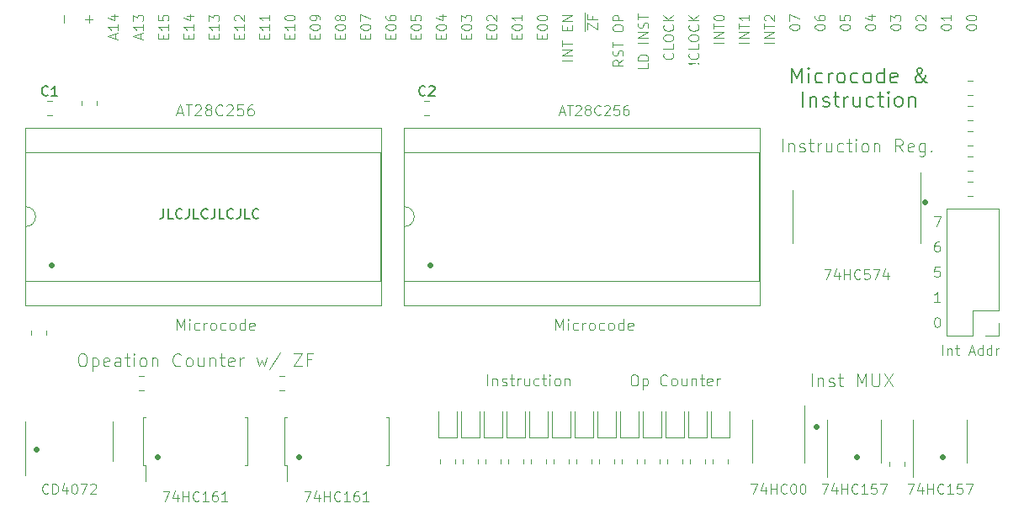
<source format=gbr>
%TF.GenerationSoftware,KiCad,Pcbnew,(5.1.10-1-10_14)*%
%TF.CreationDate,2021-12-06T09:48:52-05:00*%
%TF.ProjectId,control-unit-eeprom,636f6e74-726f-46c2-9d75-6e69742d6565,rev?*%
%TF.SameCoordinates,Original*%
%TF.FileFunction,Legend,Top*%
%TF.FilePolarity,Positive*%
%FSLAX46Y46*%
G04 Gerber Fmt 4.6, Leading zero omitted, Abs format (unit mm)*
G04 Created by KiCad (PCBNEW (5.1.10-1-10_14)) date 2021-12-06 09:48:52*
%MOMM*%
%LPD*%
G01*
G04 APERTURE LIST*
%ADD10C,0.100000*%
%ADD11C,0.150000*%
%ADD12C,0.600000*%
%ADD13C,0.120000*%
G04 APERTURE END LIST*
D10*
X64040095Y-162504380D02*
X64040095Y-161504380D01*
X64516285Y-161837714D02*
X64516285Y-162504380D01*
X64516285Y-161932952D02*
X64563904Y-161885333D01*
X64659142Y-161837714D01*
X64802000Y-161837714D01*
X64897238Y-161885333D01*
X64944857Y-161980571D01*
X64944857Y-162504380D01*
X65278190Y-161837714D02*
X65659142Y-161837714D01*
X65421047Y-161504380D02*
X65421047Y-162361523D01*
X65468666Y-162456761D01*
X65563904Y-162504380D01*
X65659142Y-162504380D01*
X66706761Y-162218666D02*
X67182952Y-162218666D01*
X66611523Y-162504380D02*
X66944857Y-161504380D01*
X67278190Y-162504380D01*
X68040095Y-162504380D02*
X68040095Y-161504380D01*
X68040095Y-162456761D02*
X67944857Y-162504380D01*
X67754380Y-162504380D01*
X67659142Y-162456761D01*
X67611523Y-162409142D01*
X67563904Y-162313904D01*
X67563904Y-162028190D01*
X67611523Y-161932952D01*
X67659142Y-161885333D01*
X67754380Y-161837714D01*
X67944857Y-161837714D01*
X68040095Y-161885333D01*
X68944857Y-162504380D02*
X68944857Y-161504380D01*
X68944857Y-162456761D02*
X68849619Y-162504380D01*
X68659142Y-162504380D01*
X68563904Y-162456761D01*
X68516285Y-162409142D01*
X68468666Y-162313904D01*
X68468666Y-162028190D01*
X68516285Y-161932952D01*
X68563904Y-161885333D01*
X68659142Y-161837714D01*
X68849619Y-161837714D01*
X68944857Y-161885333D01*
X69421047Y-162504380D02*
X69421047Y-161837714D01*
X69421047Y-162028190D02*
X69468666Y-161932952D01*
X69516285Y-161885333D01*
X69611523Y-161837714D01*
X69706761Y-161837714D01*
X63419190Y-158710380D02*
X63514428Y-158710380D01*
X63609666Y-158758000D01*
X63657285Y-158805619D01*
X63704904Y-158900857D01*
X63752523Y-159091333D01*
X63752523Y-159329428D01*
X63704904Y-159519904D01*
X63657285Y-159615142D01*
X63609666Y-159662761D01*
X63514428Y-159710380D01*
X63419190Y-159710380D01*
X63323952Y-159662761D01*
X63276333Y-159615142D01*
X63228714Y-159519904D01*
X63181095Y-159329428D01*
X63181095Y-159091333D01*
X63228714Y-158900857D01*
X63276333Y-158805619D01*
X63323952Y-158758000D01*
X63419190Y-158710380D01*
X63752523Y-157170380D02*
X63181095Y-157170380D01*
X63466809Y-157170380D02*
X63466809Y-156170380D01*
X63371571Y-156313238D01*
X63276333Y-156408476D01*
X63181095Y-156456095D01*
X63704904Y-153630380D02*
X63228714Y-153630380D01*
X63181095Y-154106571D01*
X63228714Y-154058952D01*
X63323952Y-154011333D01*
X63562047Y-154011333D01*
X63657285Y-154058952D01*
X63704904Y-154106571D01*
X63752523Y-154201809D01*
X63752523Y-154439904D01*
X63704904Y-154535142D01*
X63657285Y-154582761D01*
X63562047Y-154630380D01*
X63323952Y-154630380D01*
X63228714Y-154582761D01*
X63181095Y-154535142D01*
X63657285Y-151090380D02*
X63466809Y-151090380D01*
X63371571Y-151138000D01*
X63323952Y-151185619D01*
X63228714Y-151328476D01*
X63181095Y-151518952D01*
X63181095Y-151899904D01*
X63228714Y-151995142D01*
X63276333Y-152042761D01*
X63371571Y-152090380D01*
X63562047Y-152090380D01*
X63657285Y-152042761D01*
X63704904Y-151995142D01*
X63752523Y-151899904D01*
X63752523Y-151661809D01*
X63704904Y-151566571D01*
X63657285Y-151518952D01*
X63562047Y-151471333D01*
X63371571Y-151471333D01*
X63276333Y-151518952D01*
X63228714Y-151566571D01*
X63181095Y-151661809D01*
X63133476Y-148550380D02*
X63800142Y-148550380D01*
X63371571Y-149550380D01*
X50840190Y-165688095D02*
X50840190Y-164388095D01*
X51459238Y-164821428D02*
X51459238Y-165688095D01*
X51459238Y-164945238D02*
X51521142Y-164883333D01*
X51644952Y-164821428D01*
X51830666Y-164821428D01*
X51954476Y-164883333D01*
X52016380Y-165007142D01*
X52016380Y-165688095D01*
X52573523Y-165626190D02*
X52697333Y-165688095D01*
X52944952Y-165688095D01*
X53068761Y-165626190D01*
X53130666Y-165502380D01*
X53130666Y-165440476D01*
X53068761Y-165316666D01*
X52944952Y-165254761D01*
X52759238Y-165254761D01*
X52635428Y-165192857D01*
X52573523Y-165069047D01*
X52573523Y-165007142D01*
X52635428Y-164883333D01*
X52759238Y-164821428D01*
X52944952Y-164821428D01*
X53068761Y-164883333D01*
X53502095Y-164821428D02*
X53997333Y-164821428D01*
X53687809Y-164388095D02*
X53687809Y-165502380D01*
X53749714Y-165626190D01*
X53873523Y-165688095D01*
X53997333Y-165688095D01*
X55421142Y-165688095D02*
X55421142Y-164388095D01*
X55854476Y-165316666D01*
X56287809Y-164388095D01*
X56287809Y-165688095D01*
X56906857Y-164388095D02*
X56906857Y-165440476D01*
X56968761Y-165564285D01*
X57030666Y-165626190D01*
X57154476Y-165688095D01*
X57402095Y-165688095D01*
X57525904Y-165626190D01*
X57587809Y-165564285D01*
X57649714Y-165440476D01*
X57649714Y-164388095D01*
X58144952Y-164388095D02*
X59011619Y-165688095D01*
X59011619Y-164388095D02*
X58144952Y-165688095D01*
X-22659333Y-162356095D02*
X-22411714Y-162356095D01*
X-22287904Y-162418000D01*
X-22164095Y-162541809D01*
X-22102190Y-162789428D01*
X-22102190Y-163222761D01*
X-22164095Y-163470380D01*
X-22287904Y-163594190D01*
X-22411714Y-163656095D01*
X-22659333Y-163656095D01*
X-22783142Y-163594190D01*
X-22906952Y-163470380D01*
X-22968857Y-163222761D01*
X-22968857Y-162789428D01*
X-22906952Y-162541809D01*
X-22783142Y-162418000D01*
X-22659333Y-162356095D01*
X-21545047Y-162789428D02*
X-21545047Y-164089428D01*
X-21545047Y-162851333D02*
X-21421238Y-162789428D01*
X-21173619Y-162789428D01*
X-21049809Y-162851333D01*
X-20987904Y-162913238D01*
X-20926000Y-163037047D01*
X-20926000Y-163408476D01*
X-20987904Y-163532285D01*
X-21049809Y-163594190D01*
X-21173619Y-163656095D01*
X-21421238Y-163656095D01*
X-21545047Y-163594190D01*
X-19873619Y-163594190D02*
X-19997428Y-163656095D01*
X-20245047Y-163656095D01*
X-20368857Y-163594190D01*
X-20430761Y-163470380D01*
X-20430761Y-162975142D01*
X-20368857Y-162851333D01*
X-20245047Y-162789428D01*
X-19997428Y-162789428D01*
X-19873619Y-162851333D01*
X-19811714Y-162975142D01*
X-19811714Y-163098952D01*
X-20430761Y-163222761D01*
X-18697428Y-163656095D02*
X-18697428Y-162975142D01*
X-18759333Y-162851333D01*
X-18883142Y-162789428D01*
X-19130761Y-162789428D01*
X-19254571Y-162851333D01*
X-18697428Y-163594190D02*
X-18821238Y-163656095D01*
X-19130761Y-163656095D01*
X-19254571Y-163594190D01*
X-19316476Y-163470380D01*
X-19316476Y-163346571D01*
X-19254571Y-163222761D01*
X-19130761Y-163160857D01*
X-18821238Y-163160857D01*
X-18697428Y-163098952D01*
X-18264095Y-162789428D02*
X-17768857Y-162789428D01*
X-18078380Y-162356095D02*
X-18078380Y-163470380D01*
X-18016476Y-163594190D01*
X-17892666Y-163656095D01*
X-17768857Y-163656095D01*
X-17335523Y-163656095D02*
X-17335523Y-162789428D01*
X-17335523Y-162356095D02*
X-17397428Y-162418000D01*
X-17335523Y-162479904D01*
X-17273619Y-162418000D01*
X-17335523Y-162356095D01*
X-17335523Y-162479904D01*
X-16530761Y-163656095D02*
X-16654571Y-163594190D01*
X-16716476Y-163532285D01*
X-16778380Y-163408476D01*
X-16778380Y-163037047D01*
X-16716476Y-162913238D01*
X-16654571Y-162851333D01*
X-16530761Y-162789428D01*
X-16345047Y-162789428D01*
X-16221238Y-162851333D01*
X-16159333Y-162913238D01*
X-16097428Y-163037047D01*
X-16097428Y-163408476D01*
X-16159333Y-163532285D01*
X-16221238Y-163594190D01*
X-16345047Y-163656095D01*
X-16530761Y-163656095D01*
X-15540285Y-162789428D02*
X-15540285Y-163656095D01*
X-15540285Y-162913238D02*
X-15478380Y-162851333D01*
X-15354571Y-162789428D01*
X-15168857Y-162789428D01*
X-15045047Y-162851333D01*
X-14983142Y-162975142D01*
X-14983142Y-163656095D01*
X-12630761Y-163532285D02*
X-12692666Y-163594190D01*
X-12878380Y-163656095D01*
X-13002190Y-163656095D01*
X-13187904Y-163594190D01*
X-13311714Y-163470380D01*
X-13373619Y-163346571D01*
X-13435523Y-163098952D01*
X-13435523Y-162913238D01*
X-13373619Y-162665619D01*
X-13311714Y-162541809D01*
X-13187904Y-162418000D01*
X-13002190Y-162356095D01*
X-12878380Y-162356095D01*
X-12692666Y-162418000D01*
X-12630761Y-162479904D01*
X-11887904Y-163656095D02*
X-12011714Y-163594190D01*
X-12073619Y-163532285D01*
X-12135523Y-163408476D01*
X-12135523Y-163037047D01*
X-12073619Y-162913238D01*
X-12011714Y-162851333D01*
X-11887904Y-162789428D01*
X-11702190Y-162789428D01*
X-11578380Y-162851333D01*
X-11516476Y-162913238D01*
X-11454571Y-163037047D01*
X-11454571Y-163408476D01*
X-11516476Y-163532285D01*
X-11578380Y-163594190D01*
X-11702190Y-163656095D01*
X-11887904Y-163656095D01*
X-10340285Y-162789428D02*
X-10340285Y-163656095D01*
X-10897428Y-162789428D02*
X-10897428Y-163470380D01*
X-10835523Y-163594190D01*
X-10711714Y-163656095D01*
X-10526000Y-163656095D01*
X-10402190Y-163594190D01*
X-10340285Y-163532285D01*
X-9721238Y-162789428D02*
X-9721238Y-163656095D01*
X-9721238Y-162913238D02*
X-9659333Y-162851333D01*
X-9535523Y-162789428D01*
X-9349809Y-162789428D01*
X-9226000Y-162851333D01*
X-9164095Y-162975142D01*
X-9164095Y-163656095D01*
X-8730761Y-162789428D02*
X-8235523Y-162789428D01*
X-8545047Y-162356095D02*
X-8545047Y-163470380D01*
X-8483142Y-163594190D01*
X-8359333Y-163656095D01*
X-8235523Y-163656095D01*
X-7306952Y-163594190D02*
X-7430761Y-163656095D01*
X-7678380Y-163656095D01*
X-7802190Y-163594190D01*
X-7864095Y-163470380D01*
X-7864095Y-162975142D01*
X-7802190Y-162851333D01*
X-7678380Y-162789428D01*
X-7430761Y-162789428D01*
X-7306952Y-162851333D01*
X-7245047Y-162975142D01*
X-7245047Y-163098952D01*
X-7864095Y-163222761D01*
X-6687904Y-163656095D02*
X-6687904Y-162789428D01*
X-6687904Y-163037047D02*
X-6626000Y-162913238D01*
X-6564095Y-162851333D01*
X-6440285Y-162789428D01*
X-6316476Y-162789428D01*
X-5016476Y-162789428D02*
X-4768857Y-163656095D01*
X-4521238Y-163037047D01*
X-4273619Y-163656095D01*
X-4026000Y-162789428D01*
X-2602190Y-162294190D02*
X-3716476Y-163965619D01*
X-1302190Y-162356095D02*
X-435523Y-162356095D01*
X-1302190Y-163656095D01*
X-435523Y-163656095D01*
X493047Y-162975142D02*
X59714Y-162975142D01*
X59714Y-163656095D02*
X59714Y-162356095D01*
X678761Y-162356095D01*
D11*
X-14364690Y-147788380D02*
X-14364690Y-148502666D01*
X-14412309Y-148645523D01*
X-14507547Y-148740761D01*
X-14650404Y-148788380D01*
X-14745642Y-148788380D01*
X-13412309Y-148788380D02*
X-13888500Y-148788380D01*
X-13888500Y-147788380D01*
X-12507547Y-148693142D02*
X-12555166Y-148740761D01*
X-12698023Y-148788380D01*
X-12793261Y-148788380D01*
X-12936119Y-148740761D01*
X-13031357Y-148645523D01*
X-13078976Y-148550285D01*
X-13126595Y-148359809D01*
X-13126595Y-148216952D01*
X-13078976Y-148026476D01*
X-13031357Y-147931238D01*
X-12936119Y-147836000D01*
X-12793261Y-147788380D01*
X-12698023Y-147788380D01*
X-12555166Y-147836000D01*
X-12507547Y-147883619D01*
X-11793261Y-147788380D02*
X-11793261Y-148502666D01*
X-11840880Y-148645523D01*
X-11936119Y-148740761D01*
X-12078976Y-148788380D01*
X-12174214Y-148788380D01*
X-10840880Y-148788380D02*
X-11317071Y-148788380D01*
X-11317071Y-147788380D01*
X-9936119Y-148693142D02*
X-9983738Y-148740761D01*
X-10126595Y-148788380D01*
X-10221833Y-148788380D01*
X-10364690Y-148740761D01*
X-10459928Y-148645523D01*
X-10507547Y-148550285D01*
X-10555166Y-148359809D01*
X-10555166Y-148216952D01*
X-10507547Y-148026476D01*
X-10459928Y-147931238D01*
X-10364690Y-147836000D01*
X-10221833Y-147788380D01*
X-10126595Y-147788380D01*
X-9983738Y-147836000D01*
X-9936119Y-147883619D01*
X-9221833Y-147788380D02*
X-9221833Y-148502666D01*
X-9269452Y-148645523D01*
X-9364690Y-148740761D01*
X-9507547Y-148788380D01*
X-9602785Y-148788380D01*
X-8269452Y-148788380D02*
X-8745642Y-148788380D01*
X-8745642Y-147788380D01*
X-7364690Y-148693142D02*
X-7412309Y-148740761D01*
X-7555166Y-148788380D01*
X-7650404Y-148788380D01*
X-7793261Y-148740761D01*
X-7888500Y-148645523D01*
X-7936119Y-148550285D01*
X-7983738Y-148359809D01*
X-7983738Y-148216952D01*
X-7936119Y-148026476D01*
X-7888500Y-147931238D01*
X-7793261Y-147836000D01*
X-7650404Y-147788380D01*
X-7555166Y-147788380D01*
X-7412309Y-147836000D01*
X-7364690Y-147883619D01*
X-6650404Y-147788380D02*
X-6650404Y-148502666D01*
X-6698023Y-148645523D01*
X-6793261Y-148740761D01*
X-6936119Y-148788380D01*
X-7031357Y-148788380D01*
X-5698023Y-148788380D02*
X-6174214Y-148788380D01*
X-6174214Y-147788380D01*
X-4793261Y-148693142D02*
X-4840880Y-148740761D01*
X-4983738Y-148788380D01*
X-5078976Y-148788380D01*
X-5221833Y-148740761D01*
X-5317071Y-148645523D01*
X-5364690Y-148550285D01*
X-5412309Y-148359809D01*
X-5412309Y-148216952D01*
X-5364690Y-148026476D01*
X-5317071Y-147931238D01*
X-5221833Y-147836000D01*
X-5078976Y-147788380D01*
X-4983738Y-147788380D01*
X-4840880Y-147836000D01*
X-4793261Y-147883619D01*
D10*
X25079809Y-160009619D02*
X25079809Y-158909619D01*
X25446476Y-159695333D01*
X25813142Y-158909619D01*
X25813142Y-160009619D01*
X26336952Y-160009619D02*
X26336952Y-159276285D01*
X26336952Y-158909619D02*
X26284571Y-158962000D01*
X26336952Y-159014380D01*
X26389333Y-158962000D01*
X26336952Y-158909619D01*
X26336952Y-159014380D01*
X27332190Y-159957238D02*
X27227428Y-160009619D01*
X27017904Y-160009619D01*
X26913142Y-159957238D01*
X26860761Y-159904857D01*
X26808380Y-159800095D01*
X26808380Y-159485809D01*
X26860761Y-159381047D01*
X26913142Y-159328666D01*
X27017904Y-159276285D01*
X27227428Y-159276285D01*
X27332190Y-159328666D01*
X27803619Y-160009619D02*
X27803619Y-159276285D01*
X27803619Y-159485809D02*
X27856000Y-159381047D01*
X27908380Y-159328666D01*
X28013142Y-159276285D01*
X28117904Y-159276285D01*
X28641714Y-160009619D02*
X28536952Y-159957238D01*
X28484571Y-159904857D01*
X28432190Y-159800095D01*
X28432190Y-159485809D01*
X28484571Y-159381047D01*
X28536952Y-159328666D01*
X28641714Y-159276285D01*
X28798857Y-159276285D01*
X28903619Y-159328666D01*
X28956000Y-159381047D01*
X29008380Y-159485809D01*
X29008380Y-159800095D01*
X28956000Y-159904857D01*
X28903619Y-159957238D01*
X28798857Y-160009619D01*
X28641714Y-160009619D01*
X29951238Y-159957238D02*
X29846476Y-160009619D01*
X29636952Y-160009619D01*
X29532190Y-159957238D01*
X29479809Y-159904857D01*
X29427428Y-159800095D01*
X29427428Y-159485809D01*
X29479809Y-159381047D01*
X29532190Y-159328666D01*
X29636952Y-159276285D01*
X29846476Y-159276285D01*
X29951238Y-159328666D01*
X30579809Y-160009619D02*
X30475047Y-159957238D01*
X30422666Y-159904857D01*
X30370285Y-159800095D01*
X30370285Y-159485809D01*
X30422666Y-159381047D01*
X30475047Y-159328666D01*
X30579809Y-159276285D01*
X30736952Y-159276285D01*
X30841714Y-159328666D01*
X30894095Y-159381047D01*
X30946476Y-159485809D01*
X30946476Y-159800095D01*
X30894095Y-159904857D01*
X30841714Y-159957238D01*
X30736952Y-160009619D01*
X30579809Y-160009619D01*
X31889333Y-160009619D02*
X31889333Y-158909619D01*
X31889333Y-159957238D02*
X31784571Y-160009619D01*
X31575047Y-160009619D01*
X31470285Y-159957238D01*
X31417904Y-159904857D01*
X31365523Y-159800095D01*
X31365523Y-159485809D01*
X31417904Y-159381047D01*
X31470285Y-159328666D01*
X31575047Y-159276285D01*
X31784571Y-159276285D01*
X31889333Y-159328666D01*
X32832190Y-159957238D02*
X32727428Y-160009619D01*
X32517904Y-160009619D01*
X32413142Y-159957238D01*
X32360761Y-159852476D01*
X32360761Y-159433428D01*
X32413142Y-159328666D01*
X32517904Y-159276285D01*
X32727428Y-159276285D01*
X32832190Y-159328666D01*
X32884571Y-159433428D01*
X32884571Y-159538190D01*
X32360761Y-159642952D01*
X-13020190Y-160009619D02*
X-13020190Y-158909619D01*
X-12653523Y-159695333D01*
X-12286857Y-158909619D01*
X-12286857Y-160009619D01*
X-11763047Y-160009619D02*
X-11763047Y-159276285D01*
X-11763047Y-158909619D02*
X-11815428Y-158962000D01*
X-11763047Y-159014380D01*
X-11710666Y-158962000D01*
X-11763047Y-158909619D01*
X-11763047Y-159014380D01*
X-10767809Y-159957238D02*
X-10872571Y-160009619D01*
X-11082095Y-160009619D01*
X-11186857Y-159957238D01*
X-11239238Y-159904857D01*
X-11291619Y-159800095D01*
X-11291619Y-159485809D01*
X-11239238Y-159381047D01*
X-11186857Y-159328666D01*
X-11082095Y-159276285D01*
X-10872571Y-159276285D01*
X-10767809Y-159328666D01*
X-10296380Y-160009619D02*
X-10296380Y-159276285D01*
X-10296380Y-159485809D02*
X-10244000Y-159381047D01*
X-10191619Y-159328666D01*
X-10086857Y-159276285D01*
X-9982095Y-159276285D01*
X-9458285Y-160009619D02*
X-9563047Y-159957238D01*
X-9615428Y-159904857D01*
X-9667809Y-159800095D01*
X-9667809Y-159485809D01*
X-9615428Y-159381047D01*
X-9563047Y-159328666D01*
X-9458285Y-159276285D01*
X-9301142Y-159276285D01*
X-9196380Y-159328666D01*
X-9144000Y-159381047D01*
X-9091619Y-159485809D01*
X-9091619Y-159800095D01*
X-9144000Y-159904857D01*
X-9196380Y-159957238D01*
X-9301142Y-160009619D01*
X-9458285Y-160009619D01*
X-8148761Y-159957238D02*
X-8253523Y-160009619D01*
X-8463047Y-160009619D01*
X-8567809Y-159957238D01*
X-8620190Y-159904857D01*
X-8672571Y-159800095D01*
X-8672571Y-159485809D01*
X-8620190Y-159381047D01*
X-8567809Y-159328666D01*
X-8463047Y-159276285D01*
X-8253523Y-159276285D01*
X-8148761Y-159328666D01*
X-7520190Y-160009619D02*
X-7624952Y-159957238D01*
X-7677333Y-159904857D01*
X-7729714Y-159800095D01*
X-7729714Y-159485809D01*
X-7677333Y-159381047D01*
X-7624952Y-159328666D01*
X-7520190Y-159276285D01*
X-7363047Y-159276285D01*
X-7258285Y-159328666D01*
X-7205904Y-159381047D01*
X-7153523Y-159485809D01*
X-7153523Y-159800095D01*
X-7205904Y-159904857D01*
X-7258285Y-159957238D01*
X-7363047Y-160009619D01*
X-7520190Y-160009619D01*
X-6210666Y-160009619D02*
X-6210666Y-158909619D01*
X-6210666Y-159957238D02*
X-6315428Y-160009619D01*
X-6524952Y-160009619D01*
X-6629714Y-159957238D01*
X-6682095Y-159904857D01*
X-6734476Y-159800095D01*
X-6734476Y-159485809D01*
X-6682095Y-159381047D01*
X-6629714Y-159328666D01*
X-6524952Y-159276285D01*
X-6315428Y-159276285D01*
X-6210666Y-159328666D01*
X-5267809Y-159957238D02*
X-5372571Y-160009619D01*
X-5582095Y-160009619D01*
X-5686857Y-159957238D01*
X-5739238Y-159852476D01*
X-5739238Y-159433428D01*
X-5686857Y-159328666D01*
X-5582095Y-159276285D01*
X-5372571Y-159276285D01*
X-5267809Y-159328666D01*
X-5215428Y-159433428D01*
X-5215428Y-159538190D01*
X-5739238Y-159642952D01*
D11*
X48840285Y-135114571D02*
X48840285Y-133614571D01*
X49340285Y-134686000D01*
X49840285Y-133614571D01*
X49840285Y-135114571D01*
X50554571Y-135114571D02*
X50554571Y-134114571D01*
X50554571Y-133614571D02*
X50483142Y-133686000D01*
X50554571Y-133757428D01*
X50626000Y-133686000D01*
X50554571Y-133614571D01*
X50554571Y-133757428D01*
X51911714Y-135043142D02*
X51768857Y-135114571D01*
X51483142Y-135114571D01*
X51340285Y-135043142D01*
X51268857Y-134971714D01*
X51197428Y-134828857D01*
X51197428Y-134400285D01*
X51268857Y-134257428D01*
X51340285Y-134186000D01*
X51483142Y-134114571D01*
X51768857Y-134114571D01*
X51911714Y-134186000D01*
X52554571Y-135114571D02*
X52554571Y-134114571D01*
X52554571Y-134400285D02*
X52626000Y-134257428D01*
X52697428Y-134186000D01*
X52840285Y-134114571D01*
X52983142Y-134114571D01*
X53697428Y-135114571D02*
X53554571Y-135043142D01*
X53483142Y-134971714D01*
X53411714Y-134828857D01*
X53411714Y-134400285D01*
X53483142Y-134257428D01*
X53554571Y-134186000D01*
X53697428Y-134114571D01*
X53911714Y-134114571D01*
X54054571Y-134186000D01*
X54126000Y-134257428D01*
X54197428Y-134400285D01*
X54197428Y-134828857D01*
X54126000Y-134971714D01*
X54054571Y-135043142D01*
X53911714Y-135114571D01*
X53697428Y-135114571D01*
X55483142Y-135043142D02*
X55340285Y-135114571D01*
X55054571Y-135114571D01*
X54911714Y-135043142D01*
X54840285Y-134971714D01*
X54768857Y-134828857D01*
X54768857Y-134400285D01*
X54840285Y-134257428D01*
X54911714Y-134186000D01*
X55054571Y-134114571D01*
X55340285Y-134114571D01*
X55483142Y-134186000D01*
X56340285Y-135114571D02*
X56197428Y-135043142D01*
X56126000Y-134971714D01*
X56054571Y-134828857D01*
X56054571Y-134400285D01*
X56126000Y-134257428D01*
X56197428Y-134186000D01*
X56340285Y-134114571D01*
X56554571Y-134114571D01*
X56697428Y-134186000D01*
X56768857Y-134257428D01*
X56840285Y-134400285D01*
X56840285Y-134828857D01*
X56768857Y-134971714D01*
X56697428Y-135043142D01*
X56554571Y-135114571D01*
X56340285Y-135114571D01*
X58126000Y-135114571D02*
X58126000Y-133614571D01*
X58126000Y-135043142D02*
X57983142Y-135114571D01*
X57697428Y-135114571D01*
X57554571Y-135043142D01*
X57483142Y-134971714D01*
X57411714Y-134828857D01*
X57411714Y-134400285D01*
X57483142Y-134257428D01*
X57554571Y-134186000D01*
X57697428Y-134114571D01*
X57983142Y-134114571D01*
X58126000Y-134186000D01*
X59411714Y-135043142D02*
X59268857Y-135114571D01*
X58983142Y-135114571D01*
X58840285Y-135043142D01*
X58768857Y-134900285D01*
X58768857Y-134328857D01*
X58840285Y-134186000D01*
X58983142Y-134114571D01*
X59268857Y-134114571D01*
X59411714Y-134186000D01*
X59483142Y-134328857D01*
X59483142Y-134471714D01*
X58768857Y-134614571D01*
X62483142Y-135114571D02*
X62411714Y-135114571D01*
X62268857Y-135043142D01*
X62054571Y-134828857D01*
X61697428Y-134400285D01*
X61554571Y-134186000D01*
X61483142Y-133971714D01*
X61483142Y-133828857D01*
X61554571Y-133686000D01*
X61697428Y-133614571D01*
X61768857Y-133614571D01*
X61911714Y-133686000D01*
X61983142Y-133828857D01*
X61983142Y-133900285D01*
X61911714Y-134043142D01*
X61840285Y-134114571D01*
X61411714Y-134400285D01*
X61340285Y-134471714D01*
X61268857Y-134614571D01*
X61268857Y-134828857D01*
X61340285Y-134971714D01*
X61411714Y-135043142D01*
X61554571Y-135114571D01*
X61768857Y-135114571D01*
X61911714Y-135043142D01*
X61983142Y-134971714D01*
X62197428Y-134686000D01*
X62268857Y-134471714D01*
X62268857Y-134328857D01*
X49983142Y-137514571D02*
X49983142Y-136014571D01*
X50697428Y-136514571D02*
X50697428Y-137514571D01*
X50697428Y-136657428D02*
X50768857Y-136586000D01*
X50911714Y-136514571D01*
X51126000Y-136514571D01*
X51268857Y-136586000D01*
X51340285Y-136728857D01*
X51340285Y-137514571D01*
X51983142Y-137443142D02*
X52126000Y-137514571D01*
X52411714Y-137514571D01*
X52554571Y-137443142D01*
X52626000Y-137300285D01*
X52626000Y-137228857D01*
X52554571Y-137086000D01*
X52411714Y-137014571D01*
X52197428Y-137014571D01*
X52054571Y-136943142D01*
X51983142Y-136800285D01*
X51983142Y-136728857D01*
X52054571Y-136586000D01*
X52197428Y-136514571D01*
X52411714Y-136514571D01*
X52554571Y-136586000D01*
X53054571Y-136514571D02*
X53626000Y-136514571D01*
X53268857Y-136014571D02*
X53268857Y-137300285D01*
X53340285Y-137443142D01*
X53483142Y-137514571D01*
X53626000Y-137514571D01*
X54126000Y-137514571D02*
X54126000Y-136514571D01*
X54126000Y-136800285D02*
X54197428Y-136657428D01*
X54268857Y-136586000D01*
X54411714Y-136514571D01*
X54554571Y-136514571D01*
X55697428Y-136514571D02*
X55697428Y-137514571D01*
X55054571Y-136514571D02*
X55054571Y-137300285D01*
X55126000Y-137443142D01*
X55268857Y-137514571D01*
X55483142Y-137514571D01*
X55626000Y-137443142D01*
X55697428Y-137371714D01*
X57054571Y-137443142D02*
X56911714Y-137514571D01*
X56626000Y-137514571D01*
X56483142Y-137443142D01*
X56411714Y-137371714D01*
X56340285Y-137228857D01*
X56340285Y-136800285D01*
X56411714Y-136657428D01*
X56483142Y-136586000D01*
X56626000Y-136514571D01*
X56911714Y-136514571D01*
X57054571Y-136586000D01*
X57483142Y-136514571D02*
X58054571Y-136514571D01*
X57697428Y-136014571D02*
X57697428Y-137300285D01*
X57768857Y-137443142D01*
X57911714Y-137514571D01*
X58054571Y-137514571D01*
X58554571Y-137514571D02*
X58554571Y-136514571D01*
X58554571Y-136014571D02*
X58483142Y-136086000D01*
X58554571Y-136157428D01*
X58626000Y-136086000D01*
X58554571Y-136014571D01*
X58554571Y-136157428D01*
X59483142Y-137514571D02*
X59340285Y-137443142D01*
X59268857Y-137371714D01*
X59197428Y-137228857D01*
X59197428Y-136800285D01*
X59268857Y-136657428D01*
X59340285Y-136586000D01*
X59483142Y-136514571D01*
X59697428Y-136514571D01*
X59840285Y-136586000D01*
X59911714Y-136657428D01*
X59983142Y-136800285D01*
X59983142Y-137228857D01*
X59911714Y-137371714D01*
X59840285Y-137443142D01*
X59697428Y-137514571D01*
X59483142Y-137514571D01*
X60626000Y-136514571D02*
X60626000Y-137514571D01*
X60626000Y-136657428D02*
X60697428Y-136586000D01*
X60840285Y-136514571D01*
X61054571Y-136514571D01*
X61197428Y-136586000D01*
X61268857Y-136728857D01*
X61268857Y-137514571D01*
D10*
X25456000Y-138088666D02*
X25932190Y-138088666D01*
X25360761Y-138374380D02*
X25694095Y-137374380D01*
X26027428Y-138374380D01*
X26217904Y-137374380D02*
X26789333Y-137374380D01*
X26503619Y-138374380D02*
X26503619Y-137374380D01*
X27075047Y-137469619D02*
X27122666Y-137422000D01*
X27217904Y-137374380D01*
X27456000Y-137374380D01*
X27551238Y-137422000D01*
X27598857Y-137469619D01*
X27646476Y-137564857D01*
X27646476Y-137660095D01*
X27598857Y-137802952D01*
X27027428Y-138374380D01*
X27646476Y-138374380D01*
X28217904Y-137802952D02*
X28122666Y-137755333D01*
X28075047Y-137707714D01*
X28027428Y-137612476D01*
X28027428Y-137564857D01*
X28075047Y-137469619D01*
X28122666Y-137422000D01*
X28217904Y-137374380D01*
X28408380Y-137374380D01*
X28503619Y-137422000D01*
X28551238Y-137469619D01*
X28598857Y-137564857D01*
X28598857Y-137612476D01*
X28551238Y-137707714D01*
X28503619Y-137755333D01*
X28408380Y-137802952D01*
X28217904Y-137802952D01*
X28122666Y-137850571D01*
X28075047Y-137898190D01*
X28027428Y-137993428D01*
X28027428Y-138183904D01*
X28075047Y-138279142D01*
X28122666Y-138326761D01*
X28217904Y-138374380D01*
X28408380Y-138374380D01*
X28503619Y-138326761D01*
X28551238Y-138279142D01*
X28598857Y-138183904D01*
X28598857Y-137993428D01*
X28551238Y-137898190D01*
X28503619Y-137850571D01*
X28408380Y-137802952D01*
X29598857Y-138279142D02*
X29551238Y-138326761D01*
X29408380Y-138374380D01*
X29313142Y-138374380D01*
X29170285Y-138326761D01*
X29075047Y-138231523D01*
X29027428Y-138136285D01*
X28979809Y-137945809D01*
X28979809Y-137802952D01*
X29027428Y-137612476D01*
X29075047Y-137517238D01*
X29170285Y-137422000D01*
X29313142Y-137374380D01*
X29408380Y-137374380D01*
X29551238Y-137422000D01*
X29598857Y-137469619D01*
X29979809Y-137469619D02*
X30027428Y-137422000D01*
X30122666Y-137374380D01*
X30360761Y-137374380D01*
X30456000Y-137422000D01*
X30503619Y-137469619D01*
X30551238Y-137564857D01*
X30551238Y-137660095D01*
X30503619Y-137802952D01*
X29932190Y-138374380D01*
X30551238Y-138374380D01*
X31456000Y-137374380D02*
X30979809Y-137374380D01*
X30932190Y-137850571D01*
X30979809Y-137802952D01*
X31075047Y-137755333D01*
X31313142Y-137755333D01*
X31408380Y-137802952D01*
X31456000Y-137850571D01*
X31503619Y-137945809D01*
X31503619Y-138183904D01*
X31456000Y-138279142D01*
X31408380Y-138326761D01*
X31313142Y-138374380D01*
X31075047Y-138374380D01*
X30979809Y-138326761D01*
X30932190Y-138279142D01*
X32360761Y-137374380D02*
X32170285Y-137374380D01*
X32075047Y-137422000D01*
X32027428Y-137469619D01*
X31932190Y-137612476D01*
X31884571Y-137802952D01*
X31884571Y-138183904D01*
X31932190Y-138279142D01*
X31979809Y-138326761D01*
X32075047Y-138374380D01*
X32265523Y-138374380D01*
X32360761Y-138326761D01*
X32408380Y-138279142D01*
X32456000Y-138183904D01*
X32456000Y-137945809D01*
X32408380Y-137850571D01*
X32360761Y-137802952D01*
X32265523Y-137755333D01*
X32075047Y-137755333D01*
X31979809Y-137802952D01*
X31932190Y-137850571D01*
X31884571Y-137945809D01*
X18213904Y-165597619D02*
X18213904Y-164497619D01*
X18737714Y-164864285D02*
X18737714Y-165597619D01*
X18737714Y-164969047D02*
X18790095Y-164916666D01*
X18894857Y-164864285D01*
X19052000Y-164864285D01*
X19156761Y-164916666D01*
X19209142Y-165021428D01*
X19209142Y-165597619D01*
X19680571Y-165545238D02*
X19785333Y-165597619D01*
X19994857Y-165597619D01*
X20099619Y-165545238D01*
X20152000Y-165440476D01*
X20152000Y-165388095D01*
X20099619Y-165283333D01*
X19994857Y-165230952D01*
X19837714Y-165230952D01*
X19732952Y-165178571D01*
X19680571Y-165073809D01*
X19680571Y-165021428D01*
X19732952Y-164916666D01*
X19837714Y-164864285D01*
X19994857Y-164864285D01*
X20099619Y-164916666D01*
X20466285Y-164864285D02*
X20885333Y-164864285D01*
X20623428Y-164497619D02*
X20623428Y-165440476D01*
X20675809Y-165545238D01*
X20780571Y-165597619D01*
X20885333Y-165597619D01*
X21252000Y-165597619D02*
X21252000Y-164864285D01*
X21252000Y-165073809D02*
X21304380Y-164969047D01*
X21356761Y-164916666D01*
X21461523Y-164864285D01*
X21566285Y-164864285D01*
X22404380Y-164864285D02*
X22404380Y-165597619D01*
X21932952Y-164864285D02*
X21932952Y-165440476D01*
X21985333Y-165545238D01*
X22090095Y-165597619D01*
X22247238Y-165597619D01*
X22352000Y-165545238D01*
X22404380Y-165492857D01*
X23399619Y-165545238D02*
X23294857Y-165597619D01*
X23085333Y-165597619D01*
X22980571Y-165545238D01*
X22928190Y-165492857D01*
X22875809Y-165388095D01*
X22875809Y-165073809D01*
X22928190Y-164969047D01*
X22980571Y-164916666D01*
X23085333Y-164864285D01*
X23294857Y-164864285D01*
X23399619Y-164916666D01*
X23713904Y-164864285D02*
X24132952Y-164864285D01*
X23871047Y-164497619D02*
X23871047Y-165440476D01*
X23923428Y-165545238D01*
X24028190Y-165597619D01*
X24132952Y-165597619D01*
X24499619Y-165597619D02*
X24499619Y-164864285D01*
X24499619Y-164497619D02*
X24447238Y-164550000D01*
X24499619Y-164602380D01*
X24552000Y-164550000D01*
X24499619Y-164497619D01*
X24499619Y-164602380D01*
X25180571Y-165597619D02*
X25075809Y-165545238D01*
X25023428Y-165492857D01*
X24971047Y-165388095D01*
X24971047Y-165073809D01*
X25023428Y-164969047D01*
X25075809Y-164916666D01*
X25180571Y-164864285D01*
X25337714Y-164864285D01*
X25442476Y-164916666D01*
X25494857Y-164969047D01*
X25547238Y-165073809D01*
X25547238Y-165388095D01*
X25494857Y-165492857D01*
X25442476Y-165545238D01*
X25337714Y-165597619D01*
X25180571Y-165597619D01*
X26018666Y-164864285D02*
X26018666Y-165597619D01*
X26018666Y-164969047D02*
X26071047Y-164916666D01*
X26175809Y-164864285D01*
X26332952Y-164864285D01*
X26437714Y-164916666D01*
X26490095Y-165021428D01*
X26490095Y-165597619D01*
X47881523Y-142066095D02*
X47881523Y-140766095D01*
X48500571Y-141199428D02*
X48500571Y-142066095D01*
X48500571Y-141323238D02*
X48562476Y-141261333D01*
X48686285Y-141199428D01*
X48872000Y-141199428D01*
X48995809Y-141261333D01*
X49057714Y-141385142D01*
X49057714Y-142066095D01*
X49614857Y-142004190D02*
X49738666Y-142066095D01*
X49986285Y-142066095D01*
X50110095Y-142004190D01*
X50172000Y-141880380D01*
X50172000Y-141818476D01*
X50110095Y-141694666D01*
X49986285Y-141632761D01*
X49800571Y-141632761D01*
X49676761Y-141570857D01*
X49614857Y-141447047D01*
X49614857Y-141385142D01*
X49676761Y-141261333D01*
X49800571Y-141199428D01*
X49986285Y-141199428D01*
X50110095Y-141261333D01*
X50543428Y-141199428D02*
X51038666Y-141199428D01*
X50729142Y-140766095D02*
X50729142Y-141880380D01*
X50791047Y-142004190D01*
X50914857Y-142066095D01*
X51038666Y-142066095D01*
X51472000Y-142066095D02*
X51472000Y-141199428D01*
X51472000Y-141447047D02*
X51533904Y-141323238D01*
X51595809Y-141261333D01*
X51719619Y-141199428D01*
X51843428Y-141199428D01*
X52833904Y-141199428D02*
X52833904Y-142066095D01*
X52276761Y-141199428D02*
X52276761Y-141880380D01*
X52338666Y-142004190D01*
X52462476Y-142066095D01*
X52648190Y-142066095D01*
X52772000Y-142004190D01*
X52833904Y-141942285D01*
X54010095Y-142004190D02*
X53886285Y-142066095D01*
X53638666Y-142066095D01*
X53514857Y-142004190D01*
X53452952Y-141942285D01*
X53391047Y-141818476D01*
X53391047Y-141447047D01*
X53452952Y-141323238D01*
X53514857Y-141261333D01*
X53638666Y-141199428D01*
X53886285Y-141199428D01*
X54010095Y-141261333D01*
X54381523Y-141199428D02*
X54876761Y-141199428D01*
X54567238Y-140766095D02*
X54567238Y-141880380D01*
X54629142Y-142004190D01*
X54752952Y-142066095D01*
X54876761Y-142066095D01*
X55310095Y-142066095D02*
X55310095Y-141199428D01*
X55310095Y-140766095D02*
X55248190Y-140828000D01*
X55310095Y-140889904D01*
X55372000Y-140828000D01*
X55310095Y-140766095D01*
X55310095Y-140889904D01*
X56114857Y-142066095D02*
X55991047Y-142004190D01*
X55929142Y-141942285D01*
X55867238Y-141818476D01*
X55867238Y-141447047D01*
X55929142Y-141323238D01*
X55991047Y-141261333D01*
X56114857Y-141199428D01*
X56300571Y-141199428D01*
X56424380Y-141261333D01*
X56486285Y-141323238D01*
X56548190Y-141447047D01*
X56548190Y-141818476D01*
X56486285Y-141942285D01*
X56424380Y-142004190D01*
X56300571Y-142066095D01*
X56114857Y-142066095D01*
X57105333Y-141199428D02*
X57105333Y-142066095D01*
X57105333Y-141323238D02*
X57167238Y-141261333D01*
X57291047Y-141199428D01*
X57476761Y-141199428D01*
X57600571Y-141261333D01*
X57662476Y-141385142D01*
X57662476Y-142066095D01*
X60014857Y-142066095D02*
X59581523Y-141447047D01*
X59272000Y-142066095D02*
X59272000Y-140766095D01*
X59767238Y-140766095D01*
X59891047Y-140828000D01*
X59952952Y-140889904D01*
X60014857Y-141013714D01*
X60014857Y-141199428D01*
X59952952Y-141323238D01*
X59891047Y-141385142D01*
X59767238Y-141447047D01*
X59272000Y-141447047D01*
X61067238Y-142004190D02*
X60943428Y-142066095D01*
X60695809Y-142066095D01*
X60572000Y-142004190D01*
X60510095Y-141880380D01*
X60510095Y-141385142D01*
X60572000Y-141261333D01*
X60695809Y-141199428D01*
X60943428Y-141199428D01*
X61067238Y-141261333D01*
X61129142Y-141385142D01*
X61129142Y-141508952D01*
X60510095Y-141632761D01*
X62243428Y-141199428D02*
X62243428Y-142251809D01*
X62181523Y-142375619D01*
X62119619Y-142437523D01*
X61995809Y-142499428D01*
X61810095Y-142499428D01*
X61686285Y-142437523D01*
X62243428Y-142004190D02*
X62119619Y-142066095D01*
X61872000Y-142066095D01*
X61748190Y-142004190D01*
X61686285Y-141942285D01*
X61624380Y-141818476D01*
X61624380Y-141447047D01*
X61686285Y-141323238D01*
X61748190Y-141261333D01*
X61872000Y-141199428D01*
X62119619Y-141199428D01*
X62243428Y-141261333D01*
X62862476Y-141942285D02*
X62924380Y-142004190D01*
X62862476Y-142066095D01*
X62800571Y-142004190D01*
X62862476Y-141942285D01*
X62862476Y-142066095D01*
X32893523Y-164497619D02*
X33103047Y-164497619D01*
X33207809Y-164550000D01*
X33312571Y-164654761D01*
X33364952Y-164864285D01*
X33364952Y-165230952D01*
X33312571Y-165440476D01*
X33207809Y-165545238D01*
X33103047Y-165597619D01*
X32893523Y-165597619D01*
X32788761Y-165545238D01*
X32684000Y-165440476D01*
X32631619Y-165230952D01*
X32631619Y-164864285D01*
X32684000Y-164654761D01*
X32788761Y-164550000D01*
X32893523Y-164497619D01*
X33836380Y-164864285D02*
X33836380Y-165964285D01*
X33836380Y-164916666D02*
X33941142Y-164864285D01*
X34150666Y-164864285D01*
X34255428Y-164916666D01*
X34307809Y-164969047D01*
X34360190Y-165073809D01*
X34360190Y-165388095D01*
X34307809Y-165492857D01*
X34255428Y-165545238D01*
X34150666Y-165597619D01*
X33941142Y-165597619D01*
X33836380Y-165545238D01*
X36298285Y-165492857D02*
X36245904Y-165545238D01*
X36088761Y-165597619D01*
X35984000Y-165597619D01*
X35826857Y-165545238D01*
X35722095Y-165440476D01*
X35669714Y-165335714D01*
X35617333Y-165126190D01*
X35617333Y-164969047D01*
X35669714Y-164759523D01*
X35722095Y-164654761D01*
X35826857Y-164550000D01*
X35984000Y-164497619D01*
X36088761Y-164497619D01*
X36245904Y-164550000D01*
X36298285Y-164602380D01*
X36926857Y-165597619D02*
X36822095Y-165545238D01*
X36769714Y-165492857D01*
X36717333Y-165388095D01*
X36717333Y-165073809D01*
X36769714Y-164969047D01*
X36822095Y-164916666D01*
X36926857Y-164864285D01*
X37084000Y-164864285D01*
X37188761Y-164916666D01*
X37241142Y-164969047D01*
X37293523Y-165073809D01*
X37293523Y-165388095D01*
X37241142Y-165492857D01*
X37188761Y-165545238D01*
X37084000Y-165597619D01*
X36926857Y-165597619D01*
X38236380Y-164864285D02*
X38236380Y-165597619D01*
X37764952Y-164864285D02*
X37764952Y-165440476D01*
X37817333Y-165545238D01*
X37922095Y-165597619D01*
X38079238Y-165597619D01*
X38184000Y-165545238D01*
X38236380Y-165492857D01*
X38760190Y-164864285D02*
X38760190Y-165597619D01*
X38760190Y-164969047D02*
X38812571Y-164916666D01*
X38917333Y-164864285D01*
X39074476Y-164864285D01*
X39179238Y-164916666D01*
X39231619Y-165021428D01*
X39231619Y-165597619D01*
X39598285Y-164864285D02*
X40017333Y-164864285D01*
X39755428Y-164497619D02*
X39755428Y-165440476D01*
X39807809Y-165545238D01*
X39912571Y-165597619D01*
X40017333Y-165597619D01*
X40803047Y-165545238D02*
X40698285Y-165597619D01*
X40488761Y-165597619D01*
X40384000Y-165545238D01*
X40331619Y-165440476D01*
X40331619Y-165021428D01*
X40384000Y-164916666D01*
X40488761Y-164864285D01*
X40698285Y-164864285D01*
X40803047Y-164916666D01*
X40855428Y-165021428D01*
X40855428Y-165126190D01*
X40331619Y-165230952D01*
X41326857Y-165597619D02*
X41326857Y-164864285D01*
X41326857Y-165073809D02*
X41379238Y-164969047D01*
X41431619Y-164916666D01*
X41536380Y-164864285D01*
X41641142Y-164864285D01*
X-12994000Y-138105333D02*
X-12470190Y-138105333D01*
X-13098761Y-138419619D02*
X-12732095Y-137319619D01*
X-12365428Y-138419619D01*
X-12155904Y-137319619D02*
X-11527333Y-137319619D01*
X-11841619Y-138419619D02*
X-11841619Y-137319619D01*
X-11213047Y-137424380D02*
X-11160666Y-137372000D01*
X-11055904Y-137319619D01*
X-10794000Y-137319619D01*
X-10689238Y-137372000D01*
X-10636857Y-137424380D01*
X-10584476Y-137529142D01*
X-10584476Y-137633904D01*
X-10636857Y-137791047D01*
X-11265428Y-138419619D01*
X-10584476Y-138419619D01*
X-9955904Y-137791047D02*
X-10060666Y-137738666D01*
X-10113047Y-137686285D01*
X-10165428Y-137581523D01*
X-10165428Y-137529142D01*
X-10113047Y-137424380D01*
X-10060666Y-137372000D01*
X-9955904Y-137319619D01*
X-9746380Y-137319619D01*
X-9641619Y-137372000D01*
X-9589238Y-137424380D01*
X-9536857Y-137529142D01*
X-9536857Y-137581523D01*
X-9589238Y-137686285D01*
X-9641619Y-137738666D01*
X-9746380Y-137791047D01*
X-9955904Y-137791047D01*
X-10060666Y-137843428D01*
X-10113047Y-137895809D01*
X-10165428Y-138000571D01*
X-10165428Y-138210095D01*
X-10113047Y-138314857D01*
X-10060666Y-138367238D01*
X-9955904Y-138419619D01*
X-9746380Y-138419619D01*
X-9641619Y-138367238D01*
X-9589238Y-138314857D01*
X-9536857Y-138210095D01*
X-9536857Y-138000571D01*
X-9589238Y-137895809D01*
X-9641619Y-137843428D01*
X-9746380Y-137791047D01*
X-8436857Y-138314857D02*
X-8489238Y-138367238D01*
X-8646380Y-138419619D01*
X-8751142Y-138419619D01*
X-8908285Y-138367238D01*
X-9013047Y-138262476D01*
X-9065428Y-138157714D01*
X-9117809Y-137948190D01*
X-9117809Y-137791047D01*
X-9065428Y-137581523D01*
X-9013047Y-137476761D01*
X-8908285Y-137372000D01*
X-8751142Y-137319619D01*
X-8646380Y-137319619D01*
X-8489238Y-137372000D01*
X-8436857Y-137424380D01*
X-8017809Y-137424380D02*
X-7965428Y-137372000D01*
X-7860666Y-137319619D01*
X-7598761Y-137319619D01*
X-7494000Y-137372000D01*
X-7441619Y-137424380D01*
X-7389238Y-137529142D01*
X-7389238Y-137633904D01*
X-7441619Y-137791047D01*
X-8070190Y-138419619D01*
X-7389238Y-138419619D01*
X-6394000Y-137319619D02*
X-6917809Y-137319619D01*
X-6970190Y-137843428D01*
X-6917809Y-137791047D01*
X-6813047Y-137738666D01*
X-6551142Y-137738666D01*
X-6446380Y-137791047D01*
X-6394000Y-137843428D01*
X-6341619Y-137948190D01*
X-6341619Y-138210095D01*
X-6394000Y-138314857D01*
X-6446380Y-138367238D01*
X-6551142Y-138419619D01*
X-6813047Y-138419619D01*
X-6917809Y-138367238D01*
X-6970190Y-138314857D01*
X-5398761Y-137319619D02*
X-5608285Y-137319619D01*
X-5713047Y-137372000D01*
X-5765428Y-137424380D01*
X-5870190Y-137581523D01*
X-5922571Y-137791047D01*
X-5922571Y-138210095D01*
X-5870190Y-138314857D01*
X-5817809Y-138367238D01*
X-5713047Y-138419619D01*
X-5503523Y-138419619D01*
X-5398761Y-138367238D01*
X-5346380Y-138314857D01*
X-5294000Y-138210095D01*
X-5294000Y-137948190D01*
X-5346380Y-137843428D01*
X-5398761Y-137791047D01*
X-5503523Y-137738666D01*
X-5713047Y-137738666D01*
X-5817809Y-137791047D01*
X-5870190Y-137843428D01*
X-5922571Y-137948190D01*
D12*
X-25654000Y-153416000D02*
G75*
G03*
X-25654000Y-153416000I0J0D01*
G01*
X12446000Y-153416000D02*
G75*
G03*
X12446000Y-153416000I0J0D01*
G01*
X62230000Y-147066000D02*
G75*
G03*
X62230000Y-147066000I0J0D01*
G01*
X-27178000Y-171958000D02*
G75*
G03*
X-27178000Y-171958000I0J0D01*
G01*
X-14986000Y-172720000D02*
G75*
G03*
X-14986000Y-172720000I0J0D01*
G01*
X-762000Y-172720000D02*
G75*
G03*
X-762000Y-172720000I0J0D01*
G01*
X51308000Y-169672000D02*
G75*
G03*
X51308000Y-169672000I0J0D01*
G01*
X55372000Y-172720000D02*
G75*
G03*
X55372000Y-172720000I0J0D01*
G01*
X64008000Y-172720000D02*
G75*
G03*
X64008000Y-172720000I0J0D01*
G01*
D10*
X-24412571Y-129081000D02*
X-24412571Y-128319095D01*
X66408380Y-129557190D02*
X66408380Y-129461952D01*
X66456000Y-129366714D01*
X66503619Y-129319095D01*
X66598857Y-129271476D01*
X66789333Y-129223857D01*
X67027428Y-129223857D01*
X67217904Y-129271476D01*
X67313142Y-129319095D01*
X67360761Y-129366714D01*
X67408380Y-129461952D01*
X67408380Y-129557190D01*
X67360761Y-129652428D01*
X67313142Y-129700047D01*
X67217904Y-129747666D01*
X67027428Y-129795285D01*
X66789333Y-129795285D01*
X66598857Y-129747666D01*
X66503619Y-129700047D01*
X66456000Y-129652428D01*
X66408380Y-129557190D01*
X66408380Y-128604809D02*
X66408380Y-128509571D01*
X66456000Y-128414333D01*
X66503619Y-128366714D01*
X66598857Y-128319095D01*
X66789333Y-128271476D01*
X67027428Y-128271476D01*
X67217904Y-128319095D01*
X67313142Y-128366714D01*
X67360761Y-128414333D01*
X67408380Y-128509571D01*
X67408380Y-128604809D01*
X67360761Y-128700047D01*
X67313142Y-128747666D01*
X67217904Y-128795285D01*
X67027428Y-128842904D01*
X66789333Y-128842904D01*
X66598857Y-128795285D01*
X66503619Y-128747666D01*
X66456000Y-128700047D01*
X66408380Y-128604809D01*
X63868380Y-129557190D02*
X63868380Y-129461952D01*
X63916000Y-129366714D01*
X63963619Y-129319095D01*
X64058857Y-129271476D01*
X64249333Y-129223857D01*
X64487428Y-129223857D01*
X64677904Y-129271476D01*
X64773142Y-129319095D01*
X64820761Y-129366714D01*
X64868380Y-129461952D01*
X64868380Y-129557190D01*
X64820761Y-129652428D01*
X64773142Y-129700047D01*
X64677904Y-129747666D01*
X64487428Y-129795285D01*
X64249333Y-129795285D01*
X64058857Y-129747666D01*
X63963619Y-129700047D01*
X63916000Y-129652428D01*
X63868380Y-129557190D01*
X64868380Y-128271476D02*
X64868380Y-128842904D01*
X64868380Y-128557190D02*
X63868380Y-128557190D01*
X64011238Y-128652428D01*
X64106476Y-128747666D01*
X64154095Y-128842904D01*
X61328380Y-129557190D02*
X61328380Y-129461952D01*
X61376000Y-129366714D01*
X61423619Y-129319095D01*
X61518857Y-129271476D01*
X61709333Y-129223857D01*
X61947428Y-129223857D01*
X62137904Y-129271476D01*
X62233142Y-129319095D01*
X62280761Y-129366714D01*
X62328380Y-129461952D01*
X62328380Y-129557190D01*
X62280761Y-129652428D01*
X62233142Y-129700047D01*
X62137904Y-129747666D01*
X61947428Y-129795285D01*
X61709333Y-129795285D01*
X61518857Y-129747666D01*
X61423619Y-129700047D01*
X61376000Y-129652428D01*
X61328380Y-129557190D01*
X61423619Y-128842904D02*
X61376000Y-128795285D01*
X61328380Y-128700047D01*
X61328380Y-128461952D01*
X61376000Y-128366714D01*
X61423619Y-128319095D01*
X61518857Y-128271476D01*
X61614095Y-128271476D01*
X61756952Y-128319095D01*
X62328380Y-128890523D01*
X62328380Y-128271476D01*
X58788380Y-129557190D02*
X58788380Y-129461952D01*
X58836000Y-129366714D01*
X58883619Y-129319095D01*
X58978857Y-129271476D01*
X59169333Y-129223857D01*
X59407428Y-129223857D01*
X59597904Y-129271476D01*
X59693142Y-129319095D01*
X59740761Y-129366714D01*
X59788380Y-129461952D01*
X59788380Y-129557190D01*
X59740761Y-129652428D01*
X59693142Y-129700047D01*
X59597904Y-129747666D01*
X59407428Y-129795285D01*
X59169333Y-129795285D01*
X58978857Y-129747666D01*
X58883619Y-129700047D01*
X58836000Y-129652428D01*
X58788380Y-129557190D01*
X58788380Y-128890523D02*
X58788380Y-128271476D01*
X59169333Y-128604809D01*
X59169333Y-128461952D01*
X59216952Y-128366714D01*
X59264571Y-128319095D01*
X59359809Y-128271476D01*
X59597904Y-128271476D01*
X59693142Y-128319095D01*
X59740761Y-128366714D01*
X59788380Y-128461952D01*
X59788380Y-128747666D01*
X59740761Y-128842904D01*
X59693142Y-128890523D01*
X56248380Y-129557190D02*
X56248380Y-129461952D01*
X56296000Y-129366714D01*
X56343619Y-129319095D01*
X56438857Y-129271476D01*
X56629333Y-129223857D01*
X56867428Y-129223857D01*
X57057904Y-129271476D01*
X57153142Y-129319095D01*
X57200761Y-129366714D01*
X57248380Y-129461952D01*
X57248380Y-129557190D01*
X57200761Y-129652428D01*
X57153142Y-129700047D01*
X57057904Y-129747666D01*
X56867428Y-129795285D01*
X56629333Y-129795285D01*
X56438857Y-129747666D01*
X56343619Y-129700047D01*
X56296000Y-129652428D01*
X56248380Y-129557190D01*
X56581714Y-128366714D02*
X57248380Y-128366714D01*
X56200761Y-128604809D02*
X56915047Y-128842904D01*
X56915047Y-128223857D01*
X53708380Y-129557190D02*
X53708380Y-129461952D01*
X53756000Y-129366714D01*
X53803619Y-129319095D01*
X53898857Y-129271476D01*
X54089333Y-129223857D01*
X54327428Y-129223857D01*
X54517904Y-129271476D01*
X54613142Y-129319095D01*
X54660761Y-129366714D01*
X54708380Y-129461952D01*
X54708380Y-129557190D01*
X54660761Y-129652428D01*
X54613142Y-129700047D01*
X54517904Y-129747666D01*
X54327428Y-129795285D01*
X54089333Y-129795285D01*
X53898857Y-129747666D01*
X53803619Y-129700047D01*
X53756000Y-129652428D01*
X53708380Y-129557190D01*
X53708380Y-128319095D02*
X53708380Y-128795285D01*
X54184571Y-128842904D01*
X54136952Y-128795285D01*
X54089333Y-128700047D01*
X54089333Y-128461952D01*
X54136952Y-128366714D01*
X54184571Y-128319095D01*
X54279809Y-128271476D01*
X54517904Y-128271476D01*
X54613142Y-128319095D01*
X54660761Y-128366714D01*
X54708380Y-128461952D01*
X54708380Y-128700047D01*
X54660761Y-128795285D01*
X54613142Y-128842904D01*
X51168380Y-129557190D02*
X51168380Y-129461952D01*
X51216000Y-129366714D01*
X51263619Y-129319095D01*
X51358857Y-129271476D01*
X51549333Y-129223857D01*
X51787428Y-129223857D01*
X51977904Y-129271476D01*
X52073142Y-129319095D01*
X52120761Y-129366714D01*
X52168380Y-129461952D01*
X52168380Y-129557190D01*
X52120761Y-129652428D01*
X52073142Y-129700047D01*
X51977904Y-129747666D01*
X51787428Y-129795285D01*
X51549333Y-129795285D01*
X51358857Y-129747666D01*
X51263619Y-129700047D01*
X51216000Y-129652428D01*
X51168380Y-129557190D01*
X51168380Y-128366714D02*
X51168380Y-128557190D01*
X51216000Y-128652428D01*
X51263619Y-128700047D01*
X51406476Y-128795285D01*
X51596952Y-128842904D01*
X51977904Y-128842904D01*
X52073142Y-128795285D01*
X52120761Y-128747666D01*
X52168380Y-128652428D01*
X52168380Y-128461952D01*
X52120761Y-128366714D01*
X52073142Y-128319095D01*
X51977904Y-128271476D01*
X51739809Y-128271476D01*
X51644571Y-128319095D01*
X51596952Y-128366714D01*
X51549333Y-128461952D01*
X51549333Y-128652428D01*
X51596952Y-128747666D01*
X51644571Y-128795285D01*
X51739809Y-128842904D01*
X48628380Y-129557190D02*
X48628380Y-129461952D01*
X48676000Y-129366714D01*
X48723619Y-129319095D01*
X48818857Y-129271476D01*
X49009333Y-129223857D01*
X49247428Y-129223857D01*
X49437904Y-129271476D01*
X49533142Y-129319095D01*
X49580761Y-129366714D01*
X49628380Y-129461952D01*
X49628380Y-129557190D01*
X49580761Y-129652428D01*
X49533142Y-129700047D01*
X49437904Y-129747666D01*
X49247428Y-129795285D01*
X49009333Y-129795285D01*
X48818857Y-129747666D01*
X48723619Y-129700047D01*
X48676000Y-129652428D01*
X48628380Y-129557190D01*
X48628380Y-128890523D02*
X48628380Y-128223857D01*
X49628380Y-128652428D01*
X47088380Y-131081000D02*
X46088380Y-131081000D01*
X47088380Y-130604809D02*
X46088380Y-130604809D01*
X47088380Y-130033380D01*
X46088380Y-130033380D01*
X46088380Y-129700047D02*
X46088380Y-129128619D01*
X47088380Y-129414333D02*
X46088380Y-129414333D01*
X46183619Y-128842904D02*
X46136000Y-128795285D01*
X46088380Y-128700047D01*
X46088380Y-128461952D01*
X46136000Y-128366714D01*
X46183619Y-128319095D01*
X46278857Y-128271476D01*
X46374095Y-128271476D01*
X46516952Y-128319095D01*
X47088380Y-128890523D01*
X47088380Y-128271476D01*
X44548380Y-131081000D02*
X43548380Y-131081000D01*
X44548380Y-130604809D02*
X43548380Y-130604809D01*
X44548380Y-130033380D01*
X43548380Y-130033380D01*
X43548380Y-129700047D02*
X43548380Y-129128619D01*
X44548380Y-129414333D02*
X43548380Y-129414333D01*
X44548380Y-128271476D02*
X44548380Y-128842904D01*
X44548380Y-128557190D02*
X43548380Y-128557190D01*
X43691238Y-128652428D01*
X43786476Y-128747666D01*
X43834095Y-128842904D01*
X42008380Y-131081000D02*
X41008380Y-131081000D01*
X42008380Y-130604809D02*
X41008380Y-130604809D01*
X42008380Y-130033380D01*
X41008380Y-130033380D01*
X41008380Y-129700047D02*
X41008380Y-129128619D01*
X42008380Y-129414333D02*
X41008380Y-129414333D01*
X41008380Y-128604809D02*
X41008380Y-128509571D01*
X41056000Y-128414333D01*
X41103619Y-128366714D01*
X41198857Y-128319095D01*
X41389333Y-128271476D01*
X41627428Y-128271476D01*
X41817904Y-128319095D01*
X41913142Y-128366714D01*
X41960761Y-128414333D01*
X42008380Y-128509571D01*
X42008380Y-128604809D01*
X41960761Y-128700047D01*
X41913142Y-128747666D01*
X41817904Y-128795285D01*
X41627428Y-128842904D01*
X41389333Y-128842904D01*
X41198857Y-128795285D01*
X41103619Y-128747666D01*
X41056000Y-128700047D01*
X41008380Y-128604809D01*
X39373142Y-133176238D02*
X39420761Y-133128619D01*
X39468380Y-133176238D01*
X39420761Y-133223857D01*
X39373142Y-133176238D01*
X39468380Y-133176238D01*
X39087428Y-133176238D02*
X38516000Y-133223857D01*
X38468380Y-133176238D01*
X38516000Y-133128619D01*
X39087428Y-133176238D01*
X38468380Y-133176238D01*
X39373142Y-132128619D02*
X39420761Y-132176238D01*
X39468380Y-132319095D01*
X39468380Y-132414333D01*
X39420761Y-132557190D01*
X39325523Y-132652428D01*
X39230285Y-132700047D01*
X39039809Y-132747666D01*
X38896952Y-132747666D01*
X38706476Y-132700047D01*
X38611238Y-132652428D01*
X38516000Y-132557190D01*
X38468380Y-132414333D01*
X38468380Y-132319095D01*
X38516000Y-132176238D01*
X38563619Y-132128619D01*
X39468380Y-131223857D02*
X39468380Y-131700047D01*
X38468380Y-131700047D01*
X38468380Y-130700047D02*
X38468380Y-130509571D01*
X38516000Y-130414333D01*
X38611238Y-130319095D01*
X38801714Y-130271476D01*
X39135047Y-130271476D01*
X39325523Y-130319095D01*
X39420761Y-130414333D01*
X39468380Y-130509571D01*
X39468380Y-130700047D01*
X39420761Y-130795285D01*
X39325523Y-130890523D01*
X39135047Y-130938142D01*
X38801714Y-130938142D01*
X38611238Y-130890523D01*
X38516000Y-130795285D01*
X38468380Y-130700047D01*
X39373142Y-129271476D02*
X39420761Y-129319095D01*
X39468380Y-129461952D01*
X39468380Y-129557190D01*
X39420761Y-129700047D01*
X39325523Y-129795285D01*
X39230285Y-129842904D01*
X39039809Y-129890523D01*
X38896952Y-129890523D01*
X38706476Y-129842904D01*
X38611238Y-129795285D01*
X38516000Y-129700047D01*
X38468380Y-129557190D01*
X38468380Y-129461952D01*
X38516000Y-129319095D01*
X38563619Y-129271476D01*
X39468380Y-128842904D02*
X38468380Y-128842904D01*
X39468380Y-128271476D02*
X38896952Y-128700047D01*
X38468380Y-128271476D02*
X39039809Y-128842904D01*
X36833142Y-132128619D02*
X36880761Y-132176238D01*
X36928380Y-132319095D01*
X36928380Y-132414333D01*
X36880761Y-132557190D01*
X36785523Y-132652428D01*
X36690285Y-132700047D01*
X36499809Y-132747666D01*
X36356952Y-132747666D01*
X36166476Y-132700047D01*
X36071238Y-132652428D01*
X35976000Y-132557190D01*
X35928380Y-132414333D01*
X35928380Y-132319095D01*
X35976000Y-132176238D01*
X36023619Y-132128619D01*
X36928380Y-131223857D02*
X36928380Y-131700047D01*
X35928380Y-131700047D01*
X35928380Y-130700047D02*
X35928380Y-130509571D01*
X35976000Y-130414333D01*
X36071238Y-130319095D01*
X36261714Y-130271476D01*
X36595047Y-130271476D01*
X36785523Y-130319095D01*
X36880761Y-130414333D01*
X36928380Y-130509571D01*
X36928380Y-130700047D01*
X36880761Y-130795285D01*
X36785523Y-130890523D01*
X36595047Y-130938142D01*
X36261714Y-130938142D01*
X36071238Y-130890523D01*
X35976000Y-130795285D01*
X35928380Y-130700047D01*
X36833142Y-129271476D02*
X36880761Y-129319095D01*
X36928380Y-129461952D01*
X36928380Y-129557190D01*
X36880761Y-129700047D01*
X36785523Y-129795285D01*
X36690285Y-129842904D01*
X36499809Y-129890523D01*
X36356952Y-129890523D01*
X36166476Y-129842904D01*
X36071238Y-129795285D01*
X35976000Y-129700047D01*
X35928380Y-129557190D01*
X35928380Y-129461952D01*
X35976000Y-129319095D01*
X36023619Y-129271476D01*
X36928380Y-128842904D02*
X35928380Y-128842904D01*
X36928380Y-128271476D02*
X36356952Y-128700047D01*
X35928380Y-128271476D02*
X36499809Y-128842904D01*
X34388380Y-133176238D02*
X34388380Y-133652428D01*
X33388380Y-133652428D01*
X34388380Y-132842904D02*
X33388380Y-132842904D01*
X33388380Y-132604809D01*
X33436000Y-132461952D01*
X33531238Y-132366714D01*
X33626476Y-132319095D01*
X33816952Y-132271476D01*
X33959809Y-132271476D01*
X34150285Y-132319095D01*
X34245523Y-132366714D01*
X34340761Y-132461952D01*
X34388380Y-132604809D01*
X34388380Y-132842904D01*
X34388380Y-131081000D02*
X33388380Y-131081000D01*
X34388380Y-130604809D02*
X33388380Y-130604809D01*
X34388380Y-130033380D01*
X33388380Y-130033380D01*
X34340761Y-129604809D02*
X34388380Y-129461952D01*
X34388380Y-129223857D01*
X34340761Y-129128619D01*
X34293142Y-129081000D01*
X34197904Y-129033380D01*
X34102666Y-129033380D01*
X34007428Y-129081000D01*
X33959809Y-129128619D01*
X33912190Y-129223857D01*
X33864571Y-129414333D01*
X33816952Y-129509571D01*
X33769333Y-129557190D01*
X33674095Y-129604809D01*
X33578857Y-129604809D01*
X33483619Y-129557190D01*
X33436000Y-129509571D01*
X33388380Y-129414333D01*
X33388380Y-129176238D01*
X33436000Y-129033380D01*
X33388380Y-128747666D02*
X33388380Y-128176238D01*
X34388380Y-128461952D02*
X33388380Y-128461952D01*
X31848380Y-132795285D02*
X31372190Y-133128619D01*
X31848380Y-133366714D02*
X30848380Y-133366714D01*
X30848380Y-132985761D01*
X30896000Y-132890523D01*
X30943619Y-132842904D01*
X31038857Y-132795285D01*
X31181714Y-132795285D01*
X31276952Y-132842904D01*
X31324571Y-132890523D01*
X31372190Y-132985761D01*
X31372190Y-133366714D01*
X31800761Y-132414333D02*
X31848380Y-132271476D01*
X31848380Y-132033380D01*
X31800761Y-131938142D01*
X31753142Y-131890523D01*
X31657904Y-131842904D01*
X31562666Y-131842904D01*
X31467428Y-131890523D01*
X31419809Y-131938142D01*
X31372190Y-132033380D01*
X31324571Y-132223857D01*
X31276952Y-132319095D01*
X31229333Y-132366714D01*
X31134095Y-132414333D01*
X31038857Y-132414333D01*
X30943619Y-132366714D01*
X30896000Y-132319095D01*
X30848380Y-132223857D01*
X30848380Y-131985761D01*
X30896000Y-131842904D01*
X30848380Y-131557190D02*
X30848380Y-130985761D01*
X31848380Y-131271476D02*
X30848380Y-131271476D01*
X30848380Y-129700047D02*
X30848380Y-129509571D01*
X30896000Y-129414333D01*
X30991238Y-129319095D01*
X31181714Y-129271476D01*
X31515047Y-129271476D01*
X31705523Y-129319095D01*
X31800761Y-129414333D01*
X31848380Y-129509571D01*
X31848380Y-129700047D01*
X31800761Y-129795285D01*
X31705523Y-129890523D01*
X31515047Y-129938142D01*
X31181714Y-129938142D01*
X30991238Y-129890523D01*
X30896000Y-129795285D01*
X30848380Y-129700047D01*
X31848380Y-128842904D02*
X30848380Y-128842904D01*
X30848380Y-128461952D01*
X30896000Y-128366714D01*
X30943619Y-128319095D01*
X31038857Y-128271476D01*
X31181714Y-128271476D01*
X31276952Y-128319095D01*
X31324571Y-128366714D01*
X31372190Y-128461952D01*
X31372190Y-128842904D01*
X28006000Y-129890523D02*
X28006000Y-128938142D01*
X28308380Y-129747666D02*
X28308380Y-129081000D01*
X29308380Y-129747666D01*
X29308380Y-129081000D01*
X28006000Y-128938142D02*
X28006000Y-128081000D01*
X28784571Y-128366714D02*
X28784571Y-128700047D01*
X29308380Y-128700047D02*
X28308380Y-128700047D01*
X28308380Y-128223857D01*
X26768380Y-132842904D02*
X25768380Y-132842904D01*
X26768380Y-132366714D02*
X25768380Y-132366714D01*
X26768380Y-131795285D01*
X25768380Y-131795285D01*
X25768380Y-131461952D02*
X25768380Y-130890523D01*
X26768380Y-131176238D02*
X25768380Y-131176238D01*
X26244571Y-129795285D02*
X26244571Y-129461952D01*
X26768380Y-129319095D02*
X26768380Y-129795285D01*
X25768380Y-129795285D01*
X25768380Y-129319095D01*
X26768380Y-128890523D02*
X25768380Y-128890523D01*
X26768380Y-128319095D01*
X25768380Y-128319095D01*
X23704571Y-130652428D02*
X23704571Y-130319095D01*
X24228380Y-130176238D02*
X24228380Y-130652428D01*
X23228380Y-130652428D01*
X23228380Y-130176238D01*
X23228380Y-129557190D02*
X23228380Y-129461952D01*
X23276000Y-129366714D01*
X23323619Y-129319095D01*
X23418857Y-129271476D01*
X23609333Y-129223857D01*
X23847428Y-129223857D01*
X24037904Y-129271476D01*
X24133142Y-129319095D01*
X24180761Y-129366714D01*
X24228380Y-129461952D01*
X24228380Y-129557190D01*
X24180761Y-129652428D01*
X24133142Y-129700047D01*
X24037904Y-129747666D01*
X23847428Y-129795285D01*
X23609333Y-129795285D01*
X23418857Y-129747666D01*
X23323619Y-129700047D01*
X23276000Y-129652428D01*
X23228380Y-129557190D01*
X23228380Y-128604809D02*
X23228380Y-128509571D01*
X23276000Y-128414333D01*
X23323619Y-128366714D01*
X23418857Y-128319095D01*
X23609333Y-128271476D01*
X23847428Y-128271476D01*
X24037904Y-128319095D01*
X24133142Y-128366714D01*
X24180761Y-128414333D01*
X24228380Y-128509571D01*
X24228380Y-128604809D01*
X24180761Y-128700047D01*
X24133142Y-128747666D01*
X24037904Y-128795285D01*
X23847428Y-128842904D01*
X23609333Y-128842904D01*
X23418857Y-128795285D01*
X23323619Y-128747666D01*
X23276000Y-128700047D01*
X23228380Y-128604809D01*
X21164571Y-130652428D02*
X21164571Y-130319095D01*
X21688380Y-130176238D02*
X21688380Y-130652428D01*
X20688380Y-130652428D01*
X20688380Y-130176238D01*
X20688380Y-129557190D02*
X20688380Y-129461952D01*
X20736000Y-129366714D01*
X20783619Y-129319095D01*
X20878857Y-129271476D01*
X21069333Y-129223857D01*
X21307428Y-129223857D01*
X21497904Y-129271476D01*
X21593142Y-129319095D01*
X21640761Y-129366714D01*
X21688380Y-129461952D01*
X21688380Y-129557190D01*
X21640761Y-129652428D01*
X21593142Y-129700047D01*
X21497904Y-129747666D01*
X21307428Y-129795285D01*
X21069333Y-129795285D01*
X20878857Y-129747666D01*
X20783619Y-129700047D01*
X20736000Y-129652428D01*
X20688380Y-129557190D01*
X21688380Y-128271476D02*
X21688380Y-128842904D01*
X21688380Y-128557190D02*
X20688380Y-128557190D01*
X20831238Y-128652428D01*
X20926476Y-128747666D01*
X20974095Y-128842904D01*
X18624571Y-130652428D02*
X18624571Y-130319095D01*
X19148380Y-130176238D02*
X19148380Y-130652428D01*
X18148380Y-130652428D01*
X18148380Y-130176238D01*
X18148380Y-129557190D02*
X18148380Y-129461952D01*
X18196000Y-129366714D01*
X18243619Y-129319095D01*
X18338857Y-129271476D01*
X18529333Y-129223857D01*
X18767428Y-129223857D01*
X18957904Y-129271476D01*
X19053142Y-129319095D01*
X19100761Y-129366714D01*
X19148380Y-129461952D01*
X19148380Y-129557190D01*
X19100761Y-129652428D01*
X19053142Y-129700047D01*
X18957904Y-129747666D01*
X18767428Y-129795285D01*
X18529333Y-129795285D01*
X18338857Y-129747666D01*
X18243619Y-129700047D01*
X18196000Y-129652428D01*
X18148380Y-129557190D01*
X18243619Y-128842904D02*
X18196000Y-128795285D01*
X18148380Y-128700047D01*
X18148380Y-128461952D01*
X18196000Y-128366714D01*
X18243619Y-128319095D01*
X18338857Y-128271476D01*
X18434095Y-128271476D01*
X18576952Y-128319095D01*
X19148380Y-128890523D01*
X19148380Y-128271476D01*
X16084571Y-130652428D02*
X16084571Y-130319095D01*
X16608380Y-130176238D02*
X16608380Y-130652428D01*
X15608380Y-130652428D01*
X15608380Y-130176238D01*
X15608380Y-129557190D02*
X15608380Y-129461952D01*
X15656000Y-129366714D01*
X15703619Y-129319095D01*
X15798857Y-129271476D01*
X15989333Y-129223857D01*
X16227428Y-129223857D01*
X16417904Y-129271476D01*
X16513142Y-129319095D01*
X16560761Y-129366714D01*
X16608380Y-129461952D01*
X16608380Y-129557190D01*
X16560761Y-129652428D01*
X16513142Y-129700047D01*
X16417904Y-129747666D01*
X16227428Y-129795285D01*
X15989333Y-129795285D01*
X15798857Y-129747666D01*
X15703619Y-129700047D01*
X15656000Y-129652428D01*
X15608380Y-129557190D01*
X15608380Y-128890523D02*
X15608380Y-128271476D01*
X15989333Y-128604809D01*
X15989333Y-128461952D01*
X16036952Y-128366714D01*
X16084571Y-128319095D01*
X16179809Y-128271476D01*
X16417904Y-128271476D01*
X16513142Y-128319095D01*
X16560761Y-128366714D01*
X16608380Y-128461952D01*
X16608380Y-128747666D01*
X16560761Y-128842904D01*
X16513142Y-128890523D01*
X13544571Y-130652428D02*
X13544571Y-130319095D01*
X14068380Y-130176238D02*
X14068380Y-130652428D01*
X13068380Y-130652428D01*
X13068380Y-130176238D01*
X13068380Y-129557190D02*
X13068380Y-129461952D01*
X13116000Y-129366714D01*
X13163619Y-129319095D01*
X13258857Y-129271476D01*
X13449333Y-129223857D01*
X13687428Y-129223857D01*
X13877904Y-129271476D01*
X13973142Y-129319095D01*
X14020761Y-129366714D01*
X14068380Y-129461952D01*
X14068380Y-129557190D01*
X14020761Y-129652428D01*
X13973142Y-129700047D01*
X13877904Y-129747666D01*
X13687428Y-129795285D01*
X13449333Y-129795285D01*
X13258857Y-129747666D01*
X13163619Y-129700047D01*
X13116000Y-129652428D01*
X13068380Y-129557190D01*
X13401714Y-128366714D02*
X14068380Y-128366714D01*
X13020761Y-128604809D02*
X13735047Y-128842904D01*
X13735047Y-128223857D01*
X11004571Y-130652428D02*
X11004571Y-130319095D01*
X11528380Y-130176238D02*
X11528380Y-130652428D01*
X10528380Y-130652428D01*
X10528380Y-130176238D01*
X10528380Y-129557190D02*
X10528380Y-129461952D01*
X10576000Y-129366714D01*
X10623619Y-129319095D01*
X10718857Y-129271476D01*
X10909333Y-129223857D01*
X11147428Y-129223857D01*
X11337904Y-129271476D01*
X11433142Y-129319095D01*
X11480761Y-129366714D01*
X11528380Y-129461952D01*
X11528380Y-129557190D01*
X11480761Y-129652428D01*
X11433142Y-129700047D01*
X11337904Y-129747666D01*
X11147428Y-129795285D01*
X10909333Y-129795285D01*
X10718857Y-129747666D01*
X10623619Y-129700047D01*
X10576000Y-129652428D01*
X10528380Y-129557190D01*
X10528380Y-128319095D02*
X10528380Y-128795285D01*
X11004571Y-128842904D01*
X10956952Y-128795285D01*
X10909333Y-128700047D01*
X10909333Y-128461952D01*
X10956952Y-128366714D01*
X11004571Y-128319095D01*
X11099809Y-128271476D01*
X11337904Y-128271476D01*
X11433142Y-128319095D01*
X11480761Y-128366714D01*
X11528380Y-128461952D01*
X11528380Y-128700047D01*
X11480761Y-128795285D01*
X11433142Y-128842904D01*
X8464571Y-130652428D02*
X8464571Y-130319095D01*
X8988380Y-130176238D02*
X8988380Y-130652428D01*
X7988380Y-130652428D01*
X7988380Y-130176238D01*
X7988380Y-129557190D02*
X7988380Y-129461952D01*
X8036000Y-129366714D01*
X8083619Y-129319095D01*
X8178857Y-129271476D01*
X8369333Y-129223857D01*
X8607428Y-129223857D01*
X8797904Y-129271476D01*
X8893142Y-129319095D01*
X8940761Y-129366714D01*
X8988380Y-129461952D01*
X8988380Y-129557190D01*
X8940761Y-129652428D01*
X8893142Y-129700047D01*
X8797904Y-129747666D01*
X8607428Y-129795285D01*
X8369333Y-129795285D01*
X8178857Y-129747666D01*
X8083619Y-129700047D01*
X8036000Y-129652428D01*
X7988380Y-129557190D01*
X7988380Y-128366714D02*
X7988380Y-128557190D01*
X8036000Y-128652428D01*
X8083619Y-128700047D01*
X8226476Y-128795285D01*
X8416952Y-128842904D01*
X8797904Y-128842904D01*
X8893142Y-128795285D01*
X8940761Y-128747666D01*
X8988380Y-128652428D01*
X8988380Y-128461952D01*
X8940761Y-128366714D01*
X8893142Y-128319095D01*
X8797904Y-128271476D01*
X8559809Y-128271476D01*
X8464571Y-128319095D01*
X8416952Y-128366714D01*
X8369333Y-128461952D01*
X8369333Y-128652428D01*
X8416952Y-128747666D01*
X8464571Y-128795285D01*
X8559809Y-128842904D01*
X5924571Y-130652428D02*
X5924571Y-130319095D01*
X6448380Y-130176238D02*
X6448380Y-130652428D01*
X5448380Y-130652428D01*
X5448380Y-130176238D01*
X5448380Y-129557190D02*
X5448380Y-129461952D01*
X5496000Y-129366714D01*
X5543619Y-129319095D01*
X5638857Y-129271476D01*
X5829333Y-129223857D01*
X6067428Y-129223857D01*
X6257904Y-129271476D01*
X6353142Y-129319095D01*
X6400761Y-129366714D01*
X6448380Y-129461952D01*
X6448380Y-129557190D01*
X6400761Y-129652428D01*
X6353142Y-129700047D01*
X6257904Y-129747666D01*
X6067428Y-129795285D01*
X5829333Y-129795285D01*
X5638857Y-129747666D01*
X5543619Y-129700047D01*
X5496000Y-129652428D01*
X5448380Y-129557190D01*
X5448380Y-128890523D02*
X5448380Y-128223857D01*
X6448380Y-128652428D01*
X3384571Y-130652428D02*
X3384571Y-130319095D01*
X3908380Y-130176238D02*
X3908380Y-130652428D01*
X2908380Y-130652428D01*
X2908380Y-130176238D01*
X2908380Y-129557190D02*
X2908380Y-129461952D01*
X2956000Y-129366714D01*
X3003619Y-129319095D01*
X3098857Y-129271476D01*
X3289333Y-129223857D01*
X3527428Y-129223857D01*
X3717904Y-129271476D01*
X3813142Y-129319095D01*
X3860761Y-129366714D01*
X3908380Y-129461952D01*
X3908380Y-129557190D01*
X3860761Y-129652428D01*
X3813142Y-129700047D01*
X3717904Y-129747666D01*
X3527428Y-129795285D01*
X3289333Y-129795285D01*
X3098857Y-129747666D01*
X3003619Y-129700047D01*
X2956000Y-129652428D01*
X2908380Y-129557190D01*
X3336952Y-128652428D02*
X3289333Y-128747666D01*
X3241714Y-128795285D01*
X3146476Y-128842904D01*
X3098857Y-128842904D01*
X3003619Y-128795285D01*
X2956000Y-128747666D01*
X2908380Y-128652428D01*
X2908380Y-128461952D01*
X2956000Y-128366714D01*
X3003619Y-128319095D01*
X3098857Y-128271476D01*
X3146476Y-128271476D01*
X3241714Y-128319095D01*
X3289333Y-128366714D01*
X3336952Y-128461952D01*
X3336952Y-128652428D01*
X3384571Y-128747666D01*
X3432190Y-128795285D01*
X3527428Y-128842904D01*
X3717904Y-128842904D01*
X3813142Y-128795285D01*
X3860761Y-128747666D01*
X3908380Y-128652428D01*
X3908380Y-128461952D01*
X3860761Y-128366714D01*
X3813142Y-128319095D01*
X3717904Y-128271476D01*
X3527428Y-128271476D01*
X3432190Y-128319095D01*
X3384571Y-128366714D01*
X3336952Y-128461952D01*
X844571Y-130652428D02*
X844571Y-130319095D01*
X1368380Y-130176238D02*
X1368380Y-130652428D01*
X368380Y-130652428D01*
X368380Y-130176238D01*
X368380Y-129557190D02*
X368380Y-129461952D01*
X415999Y-129366714D01*
X463619Y-129319095D01*
X558857Y-129271476D01*
X749333Y-129223857D01*
X987428Y-129223857D01*
X1177904Y-129271476D01*
X1273142Y-129319095D01*
X1320761Y-129366714D01*
X1368380Y-129461952D01*
X1368380Y-129557190D01*
X1320761Y-129652428D01*
X1273142Y-129700047D01*
X1177904Y-129747666D01*
X987428Y-129795285D01*
X749333Y-129795285D01*
X558857Y-129747666D01*
X463619Y-129700047D01*
X415999Y-129652428D01*
X368380Y-129557190D01*
X1368380Y-128747666D02*
X1368380Y-128557190D01*
X1320761Y-128461952D01*
X1273142Y-128414333D01*
X1130285Y-128319095D01*
X939809Y-128271476D01*
X558857Y-128271476D01*
X463619Y-128319095D01*
X416000Y-128366714D01*
X368380Y-128461952D01*
X368380Y-128652428D01*
X415999Y-128747666D01*
X463619Y-128795285D01*
X558857Y-128842904D01*
X796952Y-128842904D01*
X892190Y-128795285D01*
X939809Y-128747666D01*
X987428Y-128652428D01*
X987428Y-128461952D01*
X939809Y-128366714D01*
X892190Y-128319095D01*
X796952Y-128271476D01*
X-1695428Y-130652428D02*
X-1695428Y-130319095D01*
X-1171619Y-130176238D02*
X-1171619Y-130652428D01*
X-2171619Y-130652428D01*
X-2171619Y-130176238D01*
X-1171619Y-129223857D02*
X-1171619Y-129795285D01*
X-1171619Y-129509571D02*
X-2171619Y-129509571D01*
X-2028761Y-129604809D01*
X-1933523Y-129700047D01*
X-1885904Y-129795285D01*
X-2171619Y-128604809D02*
X-2171619Y-128509571D01*
X-2124000Y-128414333D01*
X-2076380Y-128366714D01*
X-1981142Y-128319095D01*
X-1790666Y-128271476D01*
X-1552571Y-128271476D01*
X-1362095Y-128319095D01*
X-1266857Y-128366714D01*
X-1219238Y-128414333D01*
X-1171619Y-128509571D01*
X-1171619Y-128604809D01*
X-1219238Y-128700047D01*
X-1266857Y-128747666D01*
X-1362095Y-128795285D01*
X-1552571Y-128842904D01*
X-1790666Y-128842904D01*
X-1981142Y-128795285D01*
X-2076380Y-128747666D01*
X-2124000Y-128700047D01*
X-2171619Y-128604809D01*
X-4235428Y-130652428D02*
X-4235428Y-130319095D01*
X-3711619Y-130176238D02*
X-3711619Y-130652428D01*
X-4711619Y-130652428D01*
X-4711619Y-130176238D01*
X-3711619Y-129223857D02*
X-3711619Y-129795285D01*
X-3711619Y-129509571D02*
X-4711619Y-129509571D01*
X-4568761Y-129604809D01*
X-4473523Y-129700047D01*
X-4425904Y-129795285D01*
X-3711619Y-128271476D02*
X-3711619Y-128842904D01*
X-3711619Y-128557190D02*
X-4711619Y-128557190D01*
X-4568761Y-128652428D01*
X-4473523Y-128747666D01*
X-4425904Y-128842904D01*
X-6775428Y-130652428D02*
X-6775428Y-130319095D01*
X-6251619Y-130176238D02*
X-6251619Y-130652428D01*
X-7251619Y-130652428D01*
X-7251619Y-130176238D01*
X-6251619Y-129223857D02*
X-6251619Y-129795285D01*
X-6251619Y-129509571D02*
X-7251619Y-129509571D01*
X-7108761Y-129604809D01*
X-7013523Y-129700047D01*
X-6965904Y-129795285D01*
X-7156380Y-128842904D02*
X-7204000Y-128795285D01*
X-7251619Y-128700047D01*
X-7251619Y-128461952D01*
X-7204000Y-128366714D01*
X-7156380Y-128319095D01*
X-7061142Y-128271476D01*
X-6965904Y-128271476D01*
X-6823047Y-128319095D01*
X-6251619Y-128890523D01*
X-6251619Y-128271476D01*
X-9315428Y-130652428D02*
X-9315428Y-130319095D01*
X-8791619Y-130176238D02*
X-8791619Y-130652428D01*
X-9791619Y-130652428D01*
X-9791619Y-130176238D01*
X-8791619Y-129223857D02*
X-8791619Y-129795285D01*
X-8791619Y-129509571D02*
X-9791619Y-129509571D01*
X-9648761Y-129604809D01*
X-9553523Y-129700047D01*
X-9505904Y-129795285D01*
X-9791619Y-128890523D02*
X-9791619Y-128271476D01*
X-9410666Y-128604809D01*
X-9410666Y-128461952D01*
X-9363047Y-128366714D01*
X-9315428Y-128319095D01*
X-9220190Y-128271476D01*
X-8982095Y-128271476D01*
X-8886857Y-128319095D01*
X-8839238Y-128366714D01*
X-8791619Y-128461952D01*
X-8791619Y-128747666D01*
X-8839238Y-128842904D01*
X-8886857Y-128890523D01*
X-11855428Y-130652428D02*
X-11855428Y-130319095D01*
X-11331619Y-130176238D02*
X-11331619Y-130652428D01*
X-12331619Y-130652428D01*
X-12331619Y-130176238D01*
X-11331619Y-129223857D02*
X-11331619Y-129795285D01*
X-11331619Y-129509571D02*
X-12331619Y-129509571D01*
X-12188761Y-129604809D01*
X-12093523Y-129700047D01*
X-12045904Y-129795285D01*
X-11998285Y-128366714D02*
X-11331619Y-128366714D01*
X-12379238Y-128604809D02*
X-11664952Y-128842904D01*
X-11664952Y-128223857D01*
X-14395428Y-130652428D02*
X-14395428Y-130319095D01*
X-13871619Y-130176238D02*
X-13871619Y-130652428D01*
X-14871619Y-130652428D01*
X-14871619Y-130176238D01*
X-13871619Y-129223857D02*
X-13871619Y-129795285D01*
X-13871619Y-129509571D02*
X-14871619Y-129509571D01*
X-14728761Y-129604809D01*
X-14633523Y-129700047D01*
X-14585904Y-129795285D01*
X-14871619Y-128319095D02*
X-14871619Y-128795285D01*
X-14395428Y-128842904D01*
X-14443047Y-128795285D01*
X-14490666Y-128700047D01*
X-14490666Y-128461952D01*
X-14443047Y-128366714D01*
X-14395428Y-128319095D01*
X-14300190Y-128271476D01*
X-14062095Y-128271476D01*
X-13966857Y-128319095D01*
X-13919238Y-128366714D01*
X-13871619Y-128461952D01*
X-13871619Y-128700047D01*
X-13919238Y-128795285D01*
X-13966857Y-128842904D01*
X-16697333Y-130652428D02*
X-16697333Y-130176238D01*
X-16411619Y-130747666D02*
X-17411619Y-130414333D01*
X-16411619Y-130081000D01*
X-16411619Y-129223857D02*
X-16411619Y-129795285D01*
X-16411619Y-129509571D02*
X-17411619Y-129509571D01*
X-17268761Y-129604809D01*
X-17173523Y-129700047D01*
X-17125904Y-129795285D01*
X-17411619Y-128890523D02*
X-17411619Y-128271476D01*
X-17030666Y-128604809D01*
X-17030666Y-128461952D01*
X-16983047Y-128366714D01*
X-16935428Y-128319095D01*
X-16840190Y-128271476D01*
X-16602095Y-128271476D01*
X-16506857Y-128319095D01*
X-16459238Y-128366714D01*
X-16411619Y-128461952D01*
X-16411619Y-128747666D01*
X-16459238Y-128842904D01*
X-16506857Y-128890523D01*
X-19237333Y-130652428D02*
X-19237333Y-130176238D01*
X-18951619Y-130747666D02*
X-19951619Y-130414333D01*
X-18951619Y-130081000D01*
X-18951619Y-129223857D02*
X-18951619Y-129795285D01*
X-18951619Y-129509571D02*
X-19951619Y-129509571D01*
X-19808761Y-129604809D01*
X-19713523Y-129700047D01*
X-19665904Y-129795285D01*
X-19618285Y-128366714D02*
X-18951619Y-128366714D01*
X-19999238Y-128604809D02*
X-19284952Y-128842904D01*
X-19284952Y-128223857D01*
X-21872571Y-129081000D02*
X-21872571Y-128319095D01*
X-21491619Y-128700047D02*
X-22253523Y-128700047D01*
D13*
%TO.C,U9*%
X-28254000Y-149590000D02*
X-28254000Y-155050000D01*
X-28254000Y-155050000D02*
X7426000Y-155050000D01*
X7426000Y-155050000D02*
X7426000Y-142130000D01*
X7426000Y-142130000D02*
X-28254000Y-142130000D01*
X-28254000Y-142130000D02*
X-28254000Y-147590000D01*
X-28314000Y-157540000D02*
X7486000Y-157540000D01*
X7486000Y-157540000D02*
X7486000Y-139640000D01*
X7486000Y-139640000D02*
X-28314000Y-139640000D01*
X-28314000Y-139640000D02*
X-28314000Y-157540000D01*
X-28254000Y-147590000D02*
G75*
G02*
X-28254000Y-149590000I0J-1000000D01*
G01*
%TO.C,U5*%
X-5916000Y-171196000D02*
X-5916000Y-168811000D01*
X-5916000Y-168811000D02*
X-6196000Y-168811000D01*
X-5916000Y-171196000D02*
X-5916000Y-173581000D01*
X-5916000Y-173581000D02*
X-6196000Y-173581000D01*
X-16436000Y-171196000D02*
X-16436000Y-168811000D01*
X-16436000Y-168811000D02*
X-16156000Y-168811000D01*
X-16436000Y-171196000D02*
X-16436000Y-173581000D01*
X-16436000Y-173581000D02*
X-16156000Y-173581000D01*
X-16156000Y-173581000D02*
X-16156000Y-175246000D01*
%TO.C,U3*%
X8308000Y-171196000D02*
X8308000Y-168811000D01*
X8308000Y-168811000D02*
X8028000Y-168811000D01*
X8308000Y-171196000D02*
X8308000Y-173581000D01*
X8308000Y-173581000D02*
X8028000Y-173581000D01*
X-2212000Y-171196000D02*
X-2212000Y-168811000D01*
X-2212000Y-168811000D02*
X-1932000Y-168811000D01*
X-2212000Y-171196000D02*
X-2212000Y-173581000D01*
X-2212000Y-173581000D02*
X-1932000Y-173581000D01*
X-1932000Y-173581000D02*
X-1932000Y-175246000D01*
%TO.C,R21*%
X29491000Y-173455064D02*
X29491000Y-173000936D01*
X30961000Y-173455064D02*
X30961000Y-173000936D01*
%TO.C,R20*%
X27205000Y-173455064D02*
X27205000Y-173000936D01*
X28675000Y-173455064D02*
X28675000Y-173000936D01*
%TO.C,R19*%
X24919000Y-173455064D02*
X24919000Y-173000936D01*
X26389000Y-173455064D02*
X26389000Y-173000936D01*
%TO.C,R18*%
X22633000Y-173455064D02*
X22633000Y-173000936D01*
X24103000Y-173455064D02*
X24103000Y-173000936D01*
%TO.C,R17*%
X20347000Y-173455064D02*
X20347000Y-173000936D01*
X21817000Y-173455064D02*
X21817000Y-173000936D01*
%TO.C,R16*%
X18061000Y-173455064D02*
X18061000Y-173000936D01*
X19531000Y-173455064D02*
X19531000Y-173000936D01*
%TO.C,R15*%
X15775000Y-173455064D02*
X15775000Y-173000936D01*
X17245000Y-173455064D02*
X17245000Y-173000936D01*
%TO.C,R14*%
X13489000Y-173455064D02*
X13489000Y-173000936D01*
X14959000Y-173455064D02*
X14959000Y-173000936D01*
%TO.C,D13*%
X29266000Y-168164000D02*
X29266000Y-170849000D01*
X29266000Y-170849000D02*
X31186000Y-170849000D01*
X31186000Y-170849000D02*
X31186000Y-168164000D01*
%TO.C,D12*%
X26980000Y-168164000D02*
X26980000Y-170849000D01*
X26980000Y-170849000D02*
X28900000Y-170849000D01*
X28900000Y-170849000D02*
X28900000Y-168164000D01*
%TO.C,D11*%
X24694000Y-168164000D02*
X24694000Y-170849000D01*
X24694000Y-170849000D02*
X26614000Y-170849000D01*
X26614000Y-170849000D02*
X26614000Y-168164000D01*
%TO.C,D10*%
X22408000Y-168164000D02*
X22408000Y-170849000D01*
X22408000Y-170849000D02*
X24328000Y-170849000D01*
X24328000Y-170849000D02*
X24328000Y-168164000D01*
%TO.C,D9*%
X20122000Y-168164000D02*
X20122000Y-170849000D01*
X20122000Y-170849000D02*
X22042000Y-170849000D01*
X22042000Y-170849000D02*
X22042000Y-168164000D01*
%TO.C,D8*%
X17836000Y-168164000D02*
X17836000Y-170849000D01*
X17836000Y-170849000D02*
X19756000Y-170849000D01*
X19756000Y-170849000D02*
X19756000Y-168164000D01*
%TO.C,D7*%
X15550000Y-168164000D02*
X15550000Y-170849000D01*
X15550000Y-170849000D02*
X17470000Y-170849000D01*
X17470000Y-170849000D02*
X17470000Y-168164000D01*
%TO.C,D6*%
X13264000Y-168164000D02*
X13264000Y-170849000D01*
X13264000Y-170849000D02*
X15184000Y-170849000D01*
X15184000Y-170849000D02*
X15184000Y-168164000D01*
%TO.C,C4*%
X-2212748Y-166089000D02*
X-2735252Y-166089000D01*
X-2212748Y-164619000D02*
X-2735252Y-164619000D01*
%TO.C,C3*%
X-16314748Y-166089000D02*
X-16837252Y-166089000D01*
X-16314748Y-164619000D02*
X-16837252Y-164619000D01*
%TO.C,C2*%
X11864748Y-136933000D02*
X12387252Y-136933000D01*
X11864748Y-138403000D02*
X12387252Y-138403000D01*
%TO.C,C1*%
X-26103252Y-136933000D02*
X-25580748Y-136933000D01*
X-26103252Y-138403000D02*
X-25580748Y-138403000D01*
%TO.C,U8*%
X9846000Y-149590000D02*
X9846000Y-155050000D01*
X9846000Y-155050000D02*
X45526000Y-155050000D01*
X45526000Y-155050000D02*
X45526000Y-142130000D01*
X45526000Y-142130000D02*
X9846000Y-142130000D01*
X9846000Y-142130000D02*
X9846000Y-147590000D01*
X9786000Y-157540000D02*
X45586000Y-157540000D01*
X45586000Y-157540000D02*
X45586000Y-139640000D01*
X45586000Y-139640000D02*
X9786000Y-139640000D01*
X9786000Y-139640000D02*
X9786000Y-157540000D01*
X9846000Y-147590000D02*
G75*
G02*
X9846000Y-149590000I0J-1000000D01*
G01*
%TO.C,R13*%
X40921000Y-173455064D02*
X40921000Y-173000936D01*
X42391000Y-173455064D02*
X42391000Y-173000936D01*
%TO.C,R12*%
X38635000Y-173455064D02*
X38635000Y-173000936D01*
X40105000Y-173455064D02*
X40105000Y-173000936D01*
%TO.C,R11*%
X36349000Y-173455064D02*
X36349000Y-173000936D01*
X37819000Y-173455064D02*
X37819000Y-173000936D01*
%TO.C,R9*%
X34063000Y-173455064D02*
X34063000Y-173000936D01*
X35533000Y-173455064D02*
X35533000Y-173000936D01*
%TO.C,R7*%
X31777000Y-173455064D02*
X31777000Y-173000936D01*
X33247000Y-173455064D02*
X33247000Y-173000936D01*
%TO.C,D5*%
X40696000Y-168164000D02*
X40696000Y-170849000D01*
X40696000Y-170849000D02*
X42616000Y-170849000D01*
X42616000Y-170849000D02*
X42616000Y-168164000D01*
%TO.C,D4*%
X38410000Y-168164000D02*
X38410000Y-170849000D01*
X38410000Y-170849000D02*
X40330000Y-170849000D01*
X40330000Y-170849000D02*
X40330000Y-168164000D01*
%TO.C,D3*%
X36124000Y-168164000D02*
X36124000Y-170849000D01*
X36124000Y-170849000D02*
X38044000Y-170849000D01*
X38044000Y-170849000D02*
X38044000Y-168164000D01*
%TO.C,D2*%
X33838000Y-168164000D02*
X33838000Y-170849000D01*
X33838000Y-170849000D02*
X35758000Y-170849000D01*
X35758000Y-170849000D02*
X35758000Y-168164000D01*
%TO.C,D1*%
X31552000Y-168164000D02*
X31552000Y-170849000D01*
X31552000Y-170849000D02*
X33472000Y-170849000D01*
X33472000Y-170849000D02*
X33472000Y-168164000D01*
%TO.C,J1*%
X69656000Y-147768000D02*
X64456000Y-147768000D01*
X69656000Y-157988000D02*
X69656000Y-147768000D01*
X64456000Y-160588000D02*
X64456000Y-147768000D01*
X69656000Y-157988000D02*
X67056000Y-157988000D01*
X67056000Y-157988000D02*
X67056000Y-160588000D01*
X67056000Y-160588000D02*
X64456000Y-160588000D01*
X69656000Y-159258000D02*
X69656000Y-160588000D01*
X69656000Y-160588000D02*
X68326000Y-160588000D01*
%TO.C,U7*%
X-19441000Y-171196000D02*
X-19441000Y-169246000D01*
X-19441000Y-171196000D02*
X-19441000Y-173146000D01*
X-28311000Y-171196000D02*
X-28311000Y-169246000D01*
X-28311000Y-171196000D02*
X-28311000Y-174646000D01*
%TO.C,U6*%
X57853000Y-171196000D02*
X57853000Y-168996000D01*
X57853000Y-171196000D02*
X57853000Y-173396000D01*
X52383000Y-171196000D02*
X52383000Y-168996000D01*
X52383000Y-171196000D02*
X52383000Y-174796000D01*
%TO.C,U4*%
X66489000Y-171196000D02*
X66489000Y-168996000D01*
X66489000Y-171196000D02*
X66489000Y-173396000D01*
X61019000Y-171196000D02*
X61019000Y-168996000D01*
X61019000Y-171196000D02*
X61019000Y-174796000D01*
%TO.C,U2*%
X48962000Y-148590000D02*
X48962000Y-151240000D01*
X48962000Y-148590000D02*
X48962000Y-145940000D01*
X61782000Y-148590000D02*
X61782000Y-151240000D01*
X61782000Y-148590000D02*
X61782000Y-144140000D01*
%TO.C,U1*%
X44888000Y-171196000D02*
X44888000Y-173396000D01*
X44888000Y-171196000D02*
X44888000Y-168996000D01*
X50108000Y-171196000D02*
X50108000Y-173396000D01*
X50108000Y-171196000D02*
X50108000Y-167596000D01*
%TO.C,R10*%
X-21109000Y-136932936D02*
X-21109000Y-137387064D01*
X-22579000Y-136932936D02*
X-22579000Y-137387064D01*
%TO.C,R8*%
X-27659000Y-160501064D02*
X-27659000Y-160046936D01*
X-26189000Y-160501064D02*
X-26189000Y-160046936D01*
%TO.C,R6*%
X60171000Y-173254936D02*
X60171000Y-173709064D01*
X58701000Y-173254936D02*
X58701000Y-173709064D01*
%TO.C,R5*%
X67029064Y-136371000D02*
X66574936Y-136371000D01*
X67029064Y-134901000D02*
X66574936Y-134901000D01*
%TO.C,R4*%
X67029064Y-138911000D02*
X66574936Y-138911000D01*
X67029064Y-137441000D02*
X66574936Y-137441000D01*
%TO.C,R3*%
X67029064Y-141451000D02*
X66574936Y-141451000D01*
X67029064Y-139981000D02*
X66574936Y-139981000D01*
%TO.C,R2*%
X67029064Y-143991000D02*
X66574936Y-143991000D01*
X67029064Y-142521000D02*
X66574936Y-142521000D01*
%TO.C,R1*%
X67029064Y-146531000D02*
X66574936Y-146531000D01*
X67029064Y-145061000D02*
X66574936Y-145061000D01*
%TO.C,U5*%
D10*
X-14437904Y-176236380D02*
X-13771238Y-176236380D01*
X-14199809Y-177236380D01*
X-12961714Y-176569714D02*
X-12961714Y-177236380D01*
X-13199809Y-176188761D02*
X-13437904Y-176903047D01*
X-12818857Y-176903047D01*
X-12437904Y-177236380D02*
X-12437904Y-176236380D01*
X-12437904Y-176712571D02*
X-11866476Y-176712571D01*
X-11866476Y-177236380D02*
X-11866476Y-176236380D01*
X-10818857Y-177141142D02*
X-10866476Y-177188761D01*
X-11009333Y-177236380D01*
X-11104571Y-177236380D01*
X-11247428Y-177188761D01*
X-11342666Y-177093523D01*
X-11390285Y-176998285D01*
X-11437904Y-176807809D01*
X-11437904Y-176664952D01*
X-11390285Y-176474476D01*
X-11342666Y-176379238D01*
X-11247428Y-176284000D01*
X-11104571Y-176236380D01*
X-11009333Y-176236380D01*
X-10866476Y-176284000D01*
X-10818857Y-176331619D01*
X-9866476Y-177236380D02*
X-10437904Y-177236380D01*
X-10152190Y-177236380D02*
X-10152190Y-176236380D01*
X-10247428Y-176379238D01*
X-10342666Y-176474476D01*
X-10437904Y-176522095D01*
X-9009333Y-176236380D02*
X-9199809Y-176236380D01*
X-9295047Y-176284000D01*
X-9342666Y-176331619D01*
X-9437904Y-176474476D01*
X-9485523Y-176664952D01*
X-9485523Y-177045904D01*
X-9437904Y-177141142D01*
X-9390285Y-177188761D01*
X-9295047Y-177236380D01*
X-9104571Y-177236380D01*
X-9009333Y-177188761D01*
X-8961714Y-177141142D01*
X-8914095Y-177045904D01*
X-8914095Y-176807809D01*
X-8961714Y-176712571D01*
X-9009333Y-176664952D01*
X-9104571Y-176617333D01*
X-9295047Y-176617333D01*
X-9390285Y-176664952D01*
X-9437904Y-176712571D01*
X-9485523Y-176807809D01*
X-7961714Y-177236380D02*
X-8533142Y-177236380D01*
X-8247428Y-177236380D02*
X-8247428Y-176236380D01*
X-8342666Y-176379238D01*
X-8437904Y-176474476D01*
X-8533142Y-176522095D01*
%TO.C,U3*%
X-213904Y-176236380D02*
X452761Y-176236380D01*
X24190Y-177236380D01*
X1262285Y-176569714D02*
X1262285Y-177236380D01*
X1024190Y-176188761D02*
X786095Y-176903047D01*
X1405142Y-176903047D01*
X1786095Y-177236380D02*
X1786095Y-176236380D01*
X1786095Y-176712571D02*
X2357523Y-176712571D01*
X2357523Y-177236380D02*
X2357523Y-176236380D01*
X3405142Y-177141142D02*
X3357523Y-177188761D01*
X3214666Y-177236380D01*
X3119428Y-177236380D01*
X2976571Y-177188761D01*
X2881333Y-177093523D01*
X2833714Y-176998285D01*
X2786095Y-176807809D01*
X2786095Y-176664952D01*
X2833714Y-176474476D01*
X2881333Y-176379238D01*
X2976571Y-176284000D01*
X3119428Y-176236380D01*
X3214666Y-176236380D01*
X3357523Y-176284000D01*
X3405142Y-176331619D01*
X4357523Y-177236380D02*
X3786095Y-177236380D01*
X4071809Y-177236380D02*
X4071809Y-176236380D01*
X3976571Y-176379238D01*
X3881333Y-176474476D01*
X3786095Y-176522095D01*
X5214666Y-176236380D02*
X5024190Y-176236380D01*
X4928952Y-176284000D01*
X4881333Y-176331619D01*
X4786095Y-176474476D01*
X4738476Y-176664952D01*
X4738476Y-177045904D01*
X4786095Y-177141142D01*
X4833714Y-177188761D01*
X4928952Y-177236380D01*
X5119428Y-177236380D01*
X5214666Y-177188761D01*
X5262285Y-177141142D01*
X5309904Y-177045904D01*
X5309904Y-176807809D01*
X5262285Y-176712571D01*
X5214666Y-176664952D01*
X5119428Y-176617333D01*
X4928952Y-176617333D01*
X4833714Y-176664952D01*
X4786095Y-176712571D01*
X4738476Y-176807809D01*
X6262285Y-177236380D02*
X5690857Y-177236380D01*
X5976571Y-177236380D02*
X5976571Y-176236380D01*
X5881333Y-176379238D01*
X5786095Y-176474476D01*
X5690857Y-176522095D01*
%TO.C,C2*%
D11*
X11959333Y-136345142D02*
X11911714Y-136392761D01*
X11768857Y-136440380D01*
X11673619Y-136440380D01*
X11530761Y-136392761D01*
X11435523Y-136297523D01*
X11387904Y-136202285D01*
X11340285Y-136011809D01*
X11340285Y-135868952D01*
X11387904Y-135678476D01*
X11435523Y-135583238D01*
X11530761Y-135488000D01*
X11673619Y-135440380D01*
X11768857Y-135440380D01*
X11911714Y-135488000D01*
X11959333Y-135535619D01*
X12340285Y-135535619D02*
X12387904Y-135488000D01*
X12483142Y-135440380D01*
X12721238Y-135440380D01*
X12816476Y-135488000D01*
X12864095Y-135535619D01*
X12911714Y-135630857D01*
X12911714Y-135726095D01*
X12864095Y-135868952D01*
X12292666Y-136440380D01*
X12911714Y-136440380D01*
%TO.C,C1*%
X-26008666Y-136345142D02*
X-26056285Y-136392761D01*
X-26199142Y-136440380D01*
X-26294380Y-136440380D01*
X-26437238Y-136392761D01*
X-26532476Y-136297523D01*
X-26580095Y-136202285D01*
X-26627714Y-136011809D01*
X-26627714Y-135868952D01*
X-26580095Y-135678476D01*
X-26532476Y-135583238D01*
X-26437238Y-135488000D01*
X-26294380Y-135440380D01*
X-26199142Y-135440380D01*
X-26056285Y-135488000D01*
X-26008666Y-135535619D01*
X-25056285Y-136440380D02*
X-25627714Y-136440380D01*
X-25342000Y-136440380D02*
X-25342000Y-135440380D01*
X-25437238Y-135583238D01*
X-25532476Y-135678476D01*
X-25627714Y-135726095D01*
%TO.C,U7*%
D10*
X-25971238Y-176379142D02*
X-26018857Y-176426761D01*
X-26161714Y-176474380D01*
X-26256952Y-176474380D01*
X-26399809Y-176426761D01*
X-26495047Y-176331523D01*
X-26542666Y-176236285D01*
X-26590285Y-176045809D01*
X-26590285Y-175902952D01*
X-26542666Y-175712476D01*
X-26495047Y-175617238D01*
X-26399809Y-175522000D01*
X-26256952Y-175474380D01*
X-26161714Y-175474380D01*
X-26018857Y-175522000D01*
X-25971238Y-175569619D01*
X-25542666Y-176474380D02*
X-25542666Y-175474380D01*
X-25304571Y-175474380D01*
X-25161714Y-175522000D01*
X-25066476Y-175617238D01*
X-25018857Y-175712476D01*
X-24971238Y-175902952D01*
X-24971238Y-176045809D01*
X-25018857Y-176236285D01*
X-25066476Y-176331523D01*
X-25161714Y-176426761D01*
X-25304571Y-176474380D01*
X-25542666Y-176474380D01*
X-24114095Y-175807714D02*
X-24114095Y-176474380D01*
X-24352190Y-175426761D02*
X-24590285Y-176141047D01*
X-23971238Y-176141047D01*
X-23399809Y-175474380D02*
X-23304571Y-175474380D01*
X-23209333Y-175522000D01*
X-23161714Y-175569619D01*
X-23114095Y-175664857D01*
X-23066476Y-175855333D01*
X-23066476Y-176093428D01*
X-23114095Y-176283904D01*
X-23161714Y-176379142D01*
X-23209333Y-176426761D01*
X-23304571Y-176474380D01*
X-23399809Y-176474380D01*
X-23495047Y-176426761D01*
X-23542666Y-176379142D01*
X-23590285Y-176283904D01*
X-23637904Y-176093428D01*
X-23637904Y-175855333D01*
X-23590285Y-175664857D01*
X-23542666Y-175569619D01*
X-23495047Y-175522000D01*
X-23399809Y-175474380D01*
X-22733142Y-175474380D02*
X-22066476Y-175474380D01*
X-22495047Y-176474380D01*
X-21733142Y-175569619D02*
X-21685523Y-175522000D01*
X-21590285Y-175474380D01*
X-21352190Y-175474380D01*
X-21256952Y-175522000D01*
X-21209333Y-175569619D01*
X-21161714Y-175664857D01*
X-21161714Y-175760095D01*
X-21209333Y-175902952D01*
X-21780761Y-176474380D01*
X-21161714Y-176474380D01*
%TO.C,U6*%
X51856095Y-175474380D02*
X52522761Y-175474380D01*
X52094190Y-176474380D01*
X53332285Y-175807714D02*
X53332285Y-176474380D01*
X53094190Y-175426761D02*
X52856095Y-176141047D01*
X53475142Y-176141047D01*
X53856095Y-176474380D02*
X53856095Y-175474380D01*
X53856095Y-175950571D02*
X54427523Y-175950571D01*
X54427523Y-176474380D02*
X54427523Y-175474380D01*
X55475142Y-176379142D02*
X55427523Y-176426761D01*
X55284666Y-176474380D01*
X55189428Y-176474380D01*
X55046571Y-176426761D01*
X54951333Y-176331523D01*
X54903714Y-176236285D01*
X54856095Y-176045809D01*
X54856095Y-175902952D01*
X54903714Y-175712476D01*
X54951333Y-175617238D01*
X55046571Y-175522000D01*
X55189428Y-175474380D01*
X55284666Y-175474380D01*
X55427523Y-175522000D01*
X55475142Y-175569619D01*
X56427523Y-176474380D02*
X55856095Y-176474380D01*
X56141809Y-176474380D02*
X56141809Y-175474380D01*
X56046571Y-175617238D01*
X55951333Y-175712476D01*
X55856095Y-175760095D01*
X57332285Y-175474380D02*
X56856095Y-175474380D01*
X56808476Y-175950571D01*
X56856095Y-175902952D01*
X56951333Y-175855333D01*
X57189428Y-175855333D01*
X57284666Y-175902952D01*
X57332285Y-175950571D01*
X57379904Y-176045809D01*
X57379904Y-176283904D01*
X57332285Y-176379142D01*
X57284666Y-176426761D01*
X57189428Y-176474380D01*
X56951333Y-176474380D01*
X56856095Y-176426761D01*
X56808476Y-176379142D01*
X57713238Y-175474380D02*
X58379904Y-175474380D01*
X57951333Y-176474380D01*
%TO.C,U4*%
X60492095Y-175474380D02*
X61158761Y-175474380D01*
X60730190Y-176474380D01*
X61968285Y-175807714D02*
X61968285Y-176474380D01*
X61730190Y-175426761D02*
X61492095Y-176141047D01*
X62111142Y-176141047D01*
X62492095Y-176474380D02*
X62492095Y-175474380D01*
X62492095Y-175950571D02*
X63063523Y-175950571D01*
X63063523Y-176474380D02*
X63063523Y-175474380D01*
X64111142Y-176379142D02*
X64063523Y-176426761D01*
X63920666Y-176474380D01*
X63825428Y-176474380D01*
X63682571Y-176426761D01*
X63587333Y-176331523D01*
X63539714Y-176236285D01*
X63492095Y-176045809D01*
X63492095Y-175902952D01*
X63539714Y-175712476D01*
X63587333Y-175617238D01*
X63682571Y-175522000D01*
X63825428Y-175474380D01*
X63920666Y-175474380D01*
X64063523Y-175522000D01*
X64111142Y-175569619D01*
X65063523Y-176474380D02*
X64492095Y-176474380D01*
X64777809Y-176474380D02*
X64777809Y-175474380D01*
X64682571Y-175617238D01*
X64587333Y-175712476D01*
X64492095Y-175760095D01*
X65968285Y-175474380D02*
X65492095Y-175474380D01*
X65444476Y-175950571D01*
X65492095Y-175902952D01*
X65587333Y-175855333D01*
X65825428Y-175855333D01*
X65920666Y-175902952D01*
X65968285Y-175950571D01*
X66015904Y-176045809D01*
X66015904Y-176283904D01*
X65968285Y-176379142D01*
X65920666Y-176426761D01*
X65825428Y-176474380D01*
X65587333Y-176474380D01*
X65492095Y-176426761D01*
X65444476Y-176379142D01*
X66349238Y-175474380D02*
X67015904Y-175474380D01*
X66587333Y-176474380D01*
%TO.C,U2*%
X52110095Y-153884380D02*
X52776761Y-153884380D01*
X52348190Y-154884380D01*
X53586285Y-154217714D02*
X53586285Y-154884380D01*
X53348190Y-153836761D02*
X53110095Y-154551047D01*
X53729142Y-154551047D01*
X54110095Y-154884380D02*
X54110095Y-153884380D01*
X54110095Y-154360571D02*
X54681523Y-154360571D01*
X54681523Y-154884380D02*
X54681523Y-153884380D01*
X55729142Y-154789142D02*
X55681523Y-154836761D01*
X55538666Y-154884380D01*
X55443428Y-154884380D01*
X55300571Y-154836761D01*
X55205333Y-154741523D01*
X55157714Y-154646285D01*
X55110095Y-154455809D01*
X55110095Y-154312952D01*
X55157714Y-154122476D01*
X55205333Y-154027238D01*
X55300571Y-153932000D01*
X55443428Y-153884380D01*
X55538666Y-153884380D01*
X55681523Y-153932000D01*
X55729142Y-153979619D01*
X56633904Y-153884380D02*
X56157714Y-153884380D01*
X56110095Y-154360571D01*
X56157714Y-154312952D01*
X56252952Y-154265333D01*
X56491047Y-154265333D01*
X56586285Y-154312952D01*
X56633904Y-154360571D01*
X56681523Y-154455809D01*
X56681523Y-154693904D01*
X56633904Y-154789142D01*
X56586285Y-154836761D01*
X56491047Y-154884380D01*
X56252952Y-154884380D01*
X56157714Y-154836761D01*
X56110095Y-154789142D01*
X57014857Y-153884380D02*
X57681523Y-153884380D01*
X57252952Y-154884380D01*
X58491047Y-154217714D02*
X58491047Y-154884380D01*
X58252952Y-153836761D02*
X58014857Y-154551047D01*
X58633904Y-154551047D01*
%TO.C,U1*%
X44712285Y-175474380D02*
X45378952Y-175474380D01*
X44950380Y-176474380D01*
X46188476Y-175807714D02*
X46188476Y-176474380D01*
X45950380Y-175426761D02*
X45712285Y-176141047D01*
X46331333Y-176141047D01*
X46712285Y-176474380D02*
X46712285Y-175474380D01*
X46712285Y-175950571D02*
X47283714Y-175950571D01*
X47283714Y-176474380D02*
X47283714Y-175474380D01*
X48331333Y-176379142D02*
X48283714Y-176426761D01*
X48140857Y-176474380D01*
X48045619Y-176474380D01*
X47902761Y-176426761D01*
X47807523Y-176331523D01*
X47759904Y-176236285D01*
X47712285Y-176045809D01*
X47712285Y-175902952D01*
X47759904Y-175712476D01*
X47807523Y-175617238D01*
X47902761Y-175522000D01*
X48045619Y-175474380D01*
X48140857Y-175474380D01*
X48283714Y-175522000D01*
X48331333Y-175569619D01*
X48950380Y-175474380D02*
X49045619Y-175474380D01*
X49140857Y-175522000D01*
X49188476Y-175569619D01*
X49236095Y-175664857D01*
X49283714Y-175855333D01*
X49283714Y-176093428D01*
X49236095Y-176283904D01*
X49188476Y-176379142D01*
X49140857Y-176426761D01*
X49045619Y-176474380D01*
X48950380Y-176474380D01*
X48855142Y-176426761D01*
X48807523Y-176379142D01*
X48759904Y-176283904D01*
X48712285Y-176093428D01*
X48712285Y-175855333D01*
X48759904Y-175664857D01*
X48807523Y-175569619D01*
X48855142Y-175522000D01*
X48950380Y-175474380D01*
X49902761Y-175474380D02*
X49998000Y-175474380D01*
X50093238Y-175522000D01*
X50140857Y-175569619D01*
X50188476Y-175664857D01*
X50236095Y-175855333D01*
X50236095Y-176093428D01*
X50188476Y-176283904D01*
X50140857Y-176379142D01*
X50093238Y-176426761D01*
X49998000Y-176474380D01*
X49902761Y-176474380D01*
X49807523Y-176426761D01*
X49759904Y-176379142D01*
X49712285Y-176283904D01*
X49664666Y-176093428D01*
X49664666Y-175855333D01*
X49712285Y-175664857D01*
X49759904Y-175569619D01*
X49807523Y-175522000D01*
X49902761Y-175474380D01*
%TD*%
M02*

</source>
